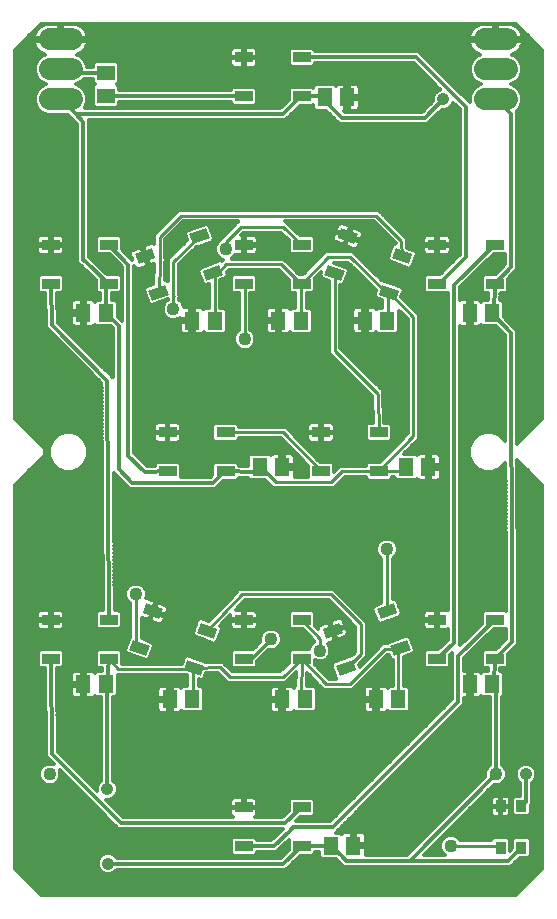
<source format=gtl>
G75*
%MOIN*%
%OFA0B0*%
%FSLAX25Y25*%
%IPPOS*%
%LPD*%
%AMOC8*
5,1,8,0,0,1.08239X$1,22.5*
%
%ADD10R,0.05906X0.03543*%
%ADD11R,0.05118X0.05906*%
%ADD12R,0.05906X0.05118*%
%ADD13R,0.03346X0.03937*%
%ADD14C,0.07400*%
%ADD15C,0.04165*%
%ADD16C,0.04362*%
%ADD17C,0.01200*%
%ADD18C,0.01000*%
D10*
X0030704Y0102604D03*
X0030704Y0115596D03*
X0049996Y0115596D03*
X0049996Y0102604D03*
G36*
X0058145Y0108969D02*
X0063694Y0106949D01*
X0062483Y0103621D01*
X0056934Y0105641D01*
X0058145Y0108969D01*
G37*
G36*
X0062589Y0121177D02*
X0068138Y0119157D01*
X0066927Y0115829D01*
X0061378Y0117849D01*
X0062589Y0121177D01*
G37*
G36*
X0076273Y0102371D02*
X0081822Y0100351D01*
X0080611Y0097023D01*
X0075062Y0099043D01*
X0076273Y0102371D01*
G37*
G36*
X0080717Y0114579D02*
X0086266Y0112559D01*
X0085055Y0109231D01*
X0079506Y0111251D01*
X0080717Y0114579D01*
G37*
X0095079Y0115596D03*
X0095079Y0102604D03*
X0114371Y0102604D03*
X0114371Y0115596D03*
G36*
X0121309Y0112559D02*
X0126858Y0114579D01*
X0128069Y0111251D01*
X0122520Y0109231D01*
X0121309Y0112559D01*
G37*
G36*
X0125753Y0100351D02*
X0131302Y0102371D01*
X0132513Y0099043D01*
X0126964Y0097023D01*
X0125753Y0100351D01*
G37*
G36*
X0139437Y0119157D02*
X0144986Y0121177D01*
X0146197Y0117849D01*
X0140648Y0115829D01*
X0139437Y0119157D01*
G37*
G36*
X0143881Y0106949D02*
X0149430Y0108969D01*
X0150641Y0105641D01*
X0145092Y0103621D01*
X0143881Y0106949D01*
G37*
X0159454Y0102604D03*
X0159454Y0115596D03*
X0178746Y0115596D03*
X0178746Y0102604D03*
X0140046Y0165104D03*
X0140046Y0178096D03*
X0120754Y0178096D03*
X0120754Y0165104D03*
X0088946Y0165104D03*
X0088946Y0178096D03*
X0069654Y0178096D03*
X0069654Y0165104D03*
G36*
X0063253Y0225351D02*
X0068802Y0227371D01*
X0070013Y0224043D01*
X0064464Y0222023D01*
X0063253Y0225351D01*
G37*
G36*
X0058809Y0237559D02*
X0064358Y0239579D01*
X0065569Y0236251D01*
X0060020Y0234231D01*
X0058809Y0237559D01*
G37*
X0049996Y0240596D03*
X0049996Y0227604D03*
X0030704Y0227604D03*
X0030704Y0240596D03*
G36*
X0076937Y0244157D02*
X0082486Y0246177D01*
X0083697Y0242849D01*
X0078148Y0240829D01*
X0076937Y0244157D01*
G37*
G36*
X0081381Y0231949D02*
X0086930Y0233969D01*
X0088141Y0230641D01*
X0082592Y0228621D01*
X0081381Y0231949D01*
G37*
X0095079Y0227604D03*
X0095079Y0240596D03*
X0114371Y0240596D03*
X0114371Y0227604D03*
G36*
X0123145Y0233969D02*
X0128694Y0231949D01*
X0127483Y0228621D01*
X0121934Y0230641D01*
X0123145Y0233969D01*
G37*
G36*
X0127589Y0246177D02*
X0133138Y0244157D01*
X0131927Y0240829D01*
X0126378Y0242849D01*
X0127589Y0246177D01*
G37*
G36*
X0141273Y0227371D02*
X0146822Y0225351D01*
X0145611Y0222023D01*
X0140062Y0224043D01*
X0141273Y0227371D01*
G37*
G36*
X0145717Y0239579D02*
X0151266Y0237559D01*
X0150055Y0234231D01*
X0144506Y0236251D01*
X0145717Y0239579D01*
G37*
X0159454Y0240596D03*
X0159454Y0227604D03*
X0178746Y0227604D03*
X0178746Y0240596D03*
X0114346Y0290104D03*
X0114346Y0303096D03*
X0095054Y0303096D03*
X0095054Y0290104D03*
X0095054Y0053096D03*
X0095054Y0040104D03*
X0114346Y0040104D03*
X0114346Y0053096D03*
D11*
X0124110Y0040350D03*
X0131590Y0040350D03*
X0139110Y0089100D03*
X0146590Y0089100D03*
X0170360Y0094100D03*
X0177840Y0094100D03*
X0156590Y0166600D03*
X0149110Y0166600D03*
X0142840Y0215350D03*
X0135360Y0215350D03*
X0114090Y0215350D03*
X0106610Y0215350D03*
X0085340Y0215350D03*
X0077860Y0215350D03*
X0049090Y0217850D03*
X0041610Y0217850D03*
X0100360Y0166600D03*
X0107840Y0166600D03*
X0107860Y0089100D03*
X0115340Y0089100D03*
X0077840Y0089100D03*
X0070360Y0089100D03*
X0049090Y0094100D03*
X0041610Y0094100D03*
X0122060Y0289750D03*
X0129540Y0289750D03*
X0170360Y0217850D03*
X0177840Y0217850D03*
D12*
X0049100Y0290360D03*
X0049100Y0297840D03*
D13*
X0180655Y0053490D03*
X0187545Y0053490D03*
X0187545Y0039710D03*
X0180655Y0039710D03*
D14*
X0182800Y0289100D02*
X0175400Y0289100D01*
X0175400Y0299100D02*
X0182800Y0299100D01*
X0182800Y0309100D02*
X0175400Y0309100D01*
X0037800Y0309100D02*
X0030400Y0309100D01*
X0030400Y0299100D02*
X0037800Y0299100D01*
X0037800Y0289100D02*
X0030400Y0289100D01*
D15*
X0072850Y0276600D03*
X0157850Y0195350D03*
X0179100Y0197850D03*
X0161600Y0289100D03*
X0072850Y0070350D03*
X0049602Y0059100D03*
X0049800Y0034400D03*
X0159100Y0055350D03*
X0169100Y0046600D03*
X0185350Y0030350D03*
X0189100Y0064100D03*
D16*
X0179100Y0064100D03*
X0164100Y0040350D03*
X0120350Y0105350D03*
X0104100Y0109100D03*
X0142850Y0139100D03*
X0095350Y0209100D03*
X0089100Y0239100D03*
X0071600Y0219100D03*
X0059100Y0124100D03*
X0030350Y0064100D03*
X0034100Y0030350D03*
D17*
X0027511Y0023800D02*
X0018800Y0032511D01*
X0018800Y0160689D01*
X0028800Y0170689D01*
X0028800Y0172511D01*
X0027511Y0173800D01*
X0018800Y0182511D01*
X0018800Y0305689D01*
X0027511Y0314400D01*
X0185689Y0314400D01*
X0194400Y0305689D01*
X0194400Y0182511D01*
X0186234Y0174345D01*
X0186100Y0211217D01*
X0186122Y0212014D01*
X0186097Y0212040D01*
X0186097Y0212076D01*
X0185531Y0212638D01*
X0181799Y0216578D01*
X0181799Y0221383D01*
X0180979Y0222203D01*
X0180517Y0222203D01*
X0180612Y0224432D01*
X0182278Y0224432D01*
X0183098Y0225252D01*
X0183098Y0229342D01*
X0185539Y0231963D01*
X0186100Y0232524D01*
X0186100Y0232565D01*
X0186128Y0232595D01*
X0186100Y0233388D01*
X0186100Y0284928D01*
X0185970Y0285058D01*
X0187124Y0286211D01*
X0187900Y0288086D01*
X0187900Y0290114D01*
X0187124Y0291989D01*
X0185689Y0293424D01*
X0184056Y0294100D01*
X0185689Y0294776D01*
X0187124Y0296211D01*
X0187900Y0298086D01*
X0187900Y0300114D01*
X0187124Y0301989D01*
X0185689Y0303424D01*
X0184279Y0304008D01*
X0184834Y0304188D01*
X0185578Y0304567D01*
X0186253Y0305057D01*
X0186843Y0305647D01*
X0187333Y0306322D01*
X0187712Y0307066D01*
X0187969Y0307859D01*
X0188087Y0308600D01*
X0179600Y0308600D01*
X0179600Y0309600D01*
X0178600Y0309600D01*
X0178600Y0314400D01*
X0174983Y0314400D01*
X0174159Y0314269D01*
X0173366Y0314012D01*
X0172622Y0313633D01*
X0171947Y0313143D01*
X0171357Y0312553D01*
X0170867Y0311878D01*
X0170488Y0311134D01*
X0170230Y0310341D01*
X0170113Y0309600D01*
X0178600Y0309600D01*
X0178600Y0308600D01*
X0170113Y0308600D01*
X0170230Y0307859D01*
X0170488Y0307066D01*
X0170867Y0306322D01*
X0171357Y0305647D01*
X0171947Y0305057D01*
X0172622Y0304567D01*
X0173366Y0304188D01*
X0173921Y0304008D01*
X0172511Y0303424D01*
X0171076Y0301989D01*
X0170300Y0300114D01*
X0170300Y0298086D01*
X0171076Y0296211D01*
X0172511Y0294776D01*
X0174144Y0294100D01*
X0172511Y0293424D01*
X0171076Y0291989D01*
X0170300Y0290114D01*
X0170300Y0288228D01*
X0154604Y0303924D01*
X0153432Y0305096D01*
X0118698Y0305096D01*
X0118698Y0305448D01*
X0117878Y0306268D01*
X0110813Y0306268D01*
X0109993Y0305448D01*
X0109993Y0300745D01*
X0110813Y0299924D01*
X0117878Y0299924D01*
X0118698Y0300745D01*
X0118698Y0301096D01*
X0151776Y0301096D01*
X0160470Y0292402D01*
X0159627Y0292052D01*
X0158648Y0291073D01*
X0158117Y0289793D01*
X0158117Y0288446D01*
X0154522Y0284850D01*
X0128678Y0284850D01*
X0128331Y0285197D01*
X0128940Y0285197D01*
X0128940Y0289150D01*
X0130140Y0289150D01*
X0130140Y0285197D01*
X0132310Y0285197D01*
X0132717Y0285306D01*
X0133082Y0285517D01*
X0133380Y0285815D01*
X0133590Y0286180D01*
X0133699Y0286587D01*
X0133699Y0289150D01*
X0130140Y0289150D01*
X0130140Y0290350D01*
X0128940Y0290350D01*
X0128940Y0294303D01*
X0126770Y0294303D01*
X0126364Y0294194D01*
X0125999Y0293983D01*
X0125701Y0293685D01*
X0125670Y0293632D01*
X0125199Y0294103D01*
X0118921Y0294103D01*
X0118101Y0293283D01*
X0118101Y0293053D01*
X0117878Y0293276D01*
X0110813Y0293276D01*
X0109993Y0292455D01*
X0109993Y0288825D01*
X0107268Y0286100D01*
X0042012Y0286100D01*
X0042124Y0286211D01*
X0042900Y0288086D01*
X0042900Y0290114D01*
X0042124Y0291989D01*
X0040689Y0293424D01*
X0039056Y0294100D01*
X0040689Y0294776D01*
X0041753Y0295840D01*
X0044747Y0295840D01*
X0044747Y0294701D01*
X0045348Y0294100D01*
X0044747Y0293499D01*
X0044747Y0287221D01*
X0045567Y0286401D01*
X0052633Y0286401D01*
X0053453Y0287221D01*
X0053453Y0288360D01*
X0090702Y0288360D01*
X0090702Y0287752D01*
X0091522Y0286932D01*
X0098587Y0286932D01*
X0099407Y0287752D01*
X0099407Y0292455D01*
X0098587Y0293276D01*
X0091522Y0293276D01*
X0090702Y0292455D01*
X0090702Y0292360D01*
X0053453Y0292360D01*
X0053453Y0293499D01*
X0052852Y0294100D01*
X0053453Y0294701D01*
X0053453Y0300979D01*
X0052633Y0301799D01*
X0045567Y0301799D01*
X0044747Y0300979D01*
X0044747Y0299840D01*
X0042900Y0299840D01*
X0042900Y0300114D01*
X0042124Y0301989D01*
X0040689Y0303424D01*
X0039279Y0304008D01*
X0039834Y0304188D01*
X0040578Y0304567D01*
X0041253Y0305057D01*
X0041843Y0305647D01*
X0042333Y0306322D01*
X0042712Y0307066D01*
X0042969Y0307859D01*
X0043087Y0308600D01*
X0034600Y0308600D01*
X0034600Y0309600D01*
X0033600Y0309600D01*
X0033600Y0314400D01*
X0029983Y0314400D01*
X0029159Y0314269D01*
X0028366Y0314012D01*
X0027622Y0313633D01*
X0026947Y0313143D01*
X0026357Y0312553D01*
X0025867Y0311878D01*
X0025488Y0311134D01*
X0025230Y0310341D01*
X0025113Y0309600D01*
X0033600Y0309600D01*
X0033600Y0308600D01*
X0025113Y0308600D01*
X0025230Y0307859D01*
X0025488Y0307066D01*
X0025867Y0306322D01*
X0026357Y0305647D01*
X0026947Y0305057D01*
X0027622Y0304567D01*
X0028366Y0304188D01*
X0028921Y0304008D01*
X0027511Y0303424D01*
X0026076Y0301989D01*
X0025300Y0300114D01*
X0025300Y0298086D01*
X0026076Y0296211D01*
X0027511Y0294776D01*
X0029144Y0294100D01*
X0027511Y0293424D01*
X0026076Y0291989D01*
X0025300Y0290114D01*
X0025300Y0288086D01*
X0026076Y0286211D01*
X0027511Y0284776D01*
X0029386Y0284000D01*
X0036372Y0284000D01*
X0037100Y0283272D01*
X0037100Y0283272D01*
X0038272Y0282100D01*
X0039600Y0280772D01*
X0039600Y0234777D01*
X0040375Y0234003D01*
X0040376Y0233972D01*
X0040958Y0233420D01*
X0041525Y0232853D01*
X0041555Y0232853D01*
X0045643Y0228976D01*
X0045643Y0225252D01*
X0046463Y0224432D01*
X0047090Y0224432D01*
X0047090Y0222203D01*
X0045951Y0222203D01*
X0045480Y0221732D01*
X0045449Y0221785D01*
X0045151Y0222083D01*
X0044786Y0222294D01*
X0044380Y0222403D01*
X0042210Y0222403D01*
X0042210Y0218450D01*
X0041010Y0218450D01*
X0041010Y0222403D01*
X0038840Y0222403D01*
X0038433Y0222294D01*
X0038068Y0222083D01*
X0037770Y0221785D01*
X0037560Y0221420D01*
X0037451Y0221013D01*
X0037451Y0218450D01*
X0041010Y0218450D01*
X0041010Y0217250D01*
X0042210Y0217250D01*
X0042210Y0213297D01*
X0044380Y0213297D01*
X0044786Y0213406D01*
X0045151Y0213617D01*
X0045449Y0213915D01*
X0045480Y0213968D01*
X0045951Y0213497D01*
X0050614Y0213497D01*
X0051350Y0212762D01*
X0051350Y0196434D01*
X0051012Y0196768D01*
X0033074Y0214706D01*
X0032796Y0224432D01*
X0034237Y0224432D01*
X0035057Y0225252D01*
X0035057Y0229955D01*
X0034237Y0230776D01*
X0027172Y0230776D01*
X0026352Y0229955D01*
X0026352Y0225252D01*
X0027172Y0224432D01*
X0028794Y0224432D01*
X0029098Y0213825D01*
X0029098Y0213026D01*
X0029122Y0213002D01*
X0029123Y0212969D01*
X0029704Y0212419D01*
X0047606Y0194517D01*
X0047980Y0118768D01*
X0046463Y0118768D01*
X0045643Y0117948D01*
X0045643Y0113245D01*
X0046463Y0112424D01*
X0053528Y0112424D01*
X0054348Y0113245D01*
X0054348Y0117948D01*
X0053528Y0118768D01*
X0051980Y0118768D01*
X0051754Y0164539D01*
X0055780Y0160513D01*
X0056951Y0159342D01*
X0085665Y0159342D01*
X0088256Y0161932D01*
X0092478Y0161932D01*
X0093298Y0162752D01*
X0093298Y0162967D01*
X0096604Y0162864D01*
X0097221Y0162247D01*
X0102156Y0162247D01*
X0103748Y0160655D01*
X0104861Y0159542D01*
X0125033Y0159542D01*
X0126146Y0160655D01*
X0128695Y0163204D01*
X0135693Y0163204D01*
X0135693Y0162752D01*
X0136513Y0161932D01*
X0143578Y0161932D01*
X0144398Y0162752D01*
X0144398Y0163204D01*
X0145151Y0163204D01*
X0145151Y0163067D01*
X0145971Y0162247D01*
X0152249Y0162247D01*
X0152720Y0162718D01*
X0152751Y0162665D01*
X0153049Y0162367D01*
X0153414Y0162156D01*
X0153820Y0162047D01*
X0155990Y0162047D01*
X0155990Y0166000D01*
X0157190Y0166000D01*
X0157190Y0162047D01*
X0159360Y0162047D01*
X0159767Y0162156D01*
X0160132Y0162367D01*
X0160430Y0162665D01*
X0160640Y0163030D01*
X0160749Y0163437D01*
X0160749Y0166000D01*
X0157190Y0166000D01*
X0157190Y0167200D01*
X0155990Y0167200D01*
X0155990Y0171153D01*
X0153820Y0171153D01*
X0153414Y0171044D01*
X0153049Y0170833D01*
X0152751Y0170535D01*
X0152720Y0170482D01*
X0152249Y0170953D01*
X0148345Y0170953D01*
X0152955Y0175720D01*
X0153500Y0176265D01*
X0153500Y0176284D01*
X0153513Y0176297D01*
X0153500Y0177068D01*
X0153500Y0217387D01*
X0147572Y0223315D01*
X0148337Y0225418D01*
X0147847Y0226469D01*
X0141207Y0228885D01*
X0141048Y0228811D01*
X0132472Y0237387D01*
X0131359Y0238500D01*
X0123735Y0238500D01*
X0123717Y0238517D01*
X0122952Y0238500D01*
X0122186Y0238500D01*
X0122169Y0238482D01*
X0122144Y0238482D01*
X0121614Y0237928D01*
X0121073Y0237387D01*
X0121073Y0237362D01*
X0114775Y0230776D01*
X0113492Y0230776D01*
X0109381Y0234887D01*
X0108268Y0236000D01*
X0090974Y0236000D01*
X0091129Y0236064D01*
X0092136Y0237071D01*
X0092199Y0237224D01*
X0094793Y0237224D01*
X0094793Y0240310D01*
X0095365Y0240310D01*
X0095365Y0237224D01*
X0098243Y0237224D01*
X0098650Y0237333D01*
X0099015Y0237544D01*
X0099312Y0237842D01*
X0099523Y0238207D01*
X0099632Y0238614D01*
X0099632Y0240310D01*
X0095365Y0240310D01*
X0095365Y0240882D01*
X0094793Y0240882D01*
X0094793Y0243968D01*
X0094155Y0243968D01*
X0094887Y0244700D01*
X0107221Y0244700D01*
X0110018Y0242075D01*
X0110018Y0238245D01*
X0110838Y0237424D01*
X0117903Y0237424D01*
X0118723Y0238245D01*
X0118723Y0242948D01*
X0117903Y0243768D01*
X0113768Y0243768D01*
X0109295Y0247965D01*
X0108810Y0248450D01*
X0138313Y0248450D01*
X0145673Y0241090D01*
X0145673Y0241086D01*
X0145651Y0241094D01*
X0144600Y0240604D01*
X0142991Y0236184D01*
X0143481Y0235133D01*
X0150121Y0232717D01*
X0151172Y0233207D01*
X0152780Y0237626D01*
X0152290Y0238677D01*
X0149588Y0239661D01*
X0149416Y0242004D01*
X0149416Y0242721D01*
X0149359Y0242778D01*
X0149353Y0242858D01*
X0148810Y0243327D01*
X0141000Y0251137D01*
X0139887Y0252250D01*
X0073313Y0252250D01*
X0065103Y0244040D01*
X0065103Y0240998D01*
X0064843Y0241119D01*
X0064428Y0241192D01*
X0064009Y0241156D01*
X0061305Y0240171D01*
X0062360Y0237272D01*
X0061823Y0237076D01*
X0060767Y0239976D01*
X0058063Y0238992D01*
X0057718Y0238750D01*
X0057448Y0238427D01*
X0057270Y0238045D01*
X0057196Y0237631D01*
X0057233Y0237211D01*
X0057808Y0235630D01*
X0057428Y0236010D01*
X0057427Y0236010D01*
X0054348Y0239080D01*
X0054348Y0242948D01*
X0053528Y0243768D01*
X0046463Y0243768D01*
X0045643Y0242948D01*
X0045643Y0238245D01*
X0046463Y0237424D01*
X0050344Y0237424D01*
X0054600Y0233180D01*
X0054600Y0215169D01*
X0054178Y0215590D01*
X0053049Y0216719D01*
X0053049Y0221383D01*
X0052229Y0222203D01*
X0051090Y0222203D01*
X0051090Y0224432D01*
X0053528Y0224432D01*
X0054348Y0225252D01*
X0054348Y0229955D01*
X0053528Y0230776D01*
X0049558Y0230776D01*
X0043748Y0236286D01*
X0043600Y0236434D01*
X0043600Y0282100D01*
X0108924Y0282100D01*
X0110096Y0283272D01*
X0113757Y0286932D01*
X0117878Y0286932D01*
X0118101Y0287155D01*
X0118101Y0286217D01*
X0118921Y0285397D01*
X0122474Y0285397D01*
X0125850Y0282022D01*
X0127022Y0280850D01*
X0156178Y0280850D01*
X0160946Y0285617D01*
X0162293Y0285617D01*
X0163573Y0286148D01*
X0164552Y0287127D01*
X0164902Y0287970D01*
X0167100Y0285772D01*
X0167100Y0237428D01*
X0160447Y0230776D01*
X0155922Y0230776D01*
X0155102Y0229955D01*
X0155102Y0225252D01*
X0155922Y0224432D01*
X0162987Y0224432D01*
X0163151Y0224596D01*
X0163151Y0118786D01*
X0163025Y0118859D01*
X0162618Y0118968D01*
X0159740Y0118968D01*
X0159740Y0115882D01*
X0159168Y0115882D01*
X0159168Y0115310D01*
X0154902Y0115310D01*
X0154902Y0113614D01*
X0155011Y0113207D01*
X0155221Y0112842D01*
X0155519Y0112544D01*
X0155884Y0112333D01*
X0156291Y0112224D01*
X0159168Y0112224D01*
X0159168Y0115310D01*
X0159740Y0115310D01*
X0159740Y0112224D01*
X0162618Y0112224D01*
X0163025Y0112333D01*
X0163151Y0112406D01*
X0163151Y0108777D01*
X0159926Y0105776D01*
X0155922Y0105776D01*
X0155102Y0104955D01*
X0155102Y0100252D01*
X0155922Y0099432D01*
X0162987Y0099432D01*
X0163807Y0100252D01*
X0163807Y0103923D01*
X0164414Y0104489D01*
X0164414Y0104487D01*
X0164401Y0104473D01*
X0164401Y0103661D01*
X0164388Y0102849D01*
X0164401Y0102835D01*
X0164401Y0089118D01*
X0123883Y0048600D01*
X0112449Y0048600D01*
X0113872Y0049924D01*
X0117878Y0049924D01*
X0118698Y0050745D01*
X0118698Y0055448D01*
X0117878Y0056268D01*
X0110813Y0056268D01*
X0109993Y0055448D01*
X0109993Y0051779D01*
X0107920Y0049850D01*
X0098653Y0049850D01*
X0098990Y0050044D01*
X0099287Y0050342D01*
X0099498Y0050707D01*
X0099607Y0051114D01*
X0099607Y0052810D01*
X0095340Y0052810D01*
X0095340Y0053382D01*
X0094768Y0053382D01*
X0094768Y0052810D01*
X0090502Y0052810D01*
X0090502Y0051114D01*
X0090611Y0050707D01*
X0090821Y0050342D01*
X0091119Y0050044D01*
X0091455Y0049850D01*
X0054928Y0049850D01*
X0049161Y0055617D01*
X0050295Y0055617D01*
X0051575Y0056148D01*
X0052554Y0057127D01*
X0053085Y0058407D01*
X0053085Y0059793D01*
X0052554Y0061073D01*
X0051602Y0062025D01*
X0051602Y0089747D01*
X0052229Y0089747D01*
X0053049Y0090567D01*
X0053049Y0097200D01*
X0053049Y0097200D01*
X0053779Y0097157D01*
X0053828Y0097200D01*
X0076028Y0097200D01*
X0076172Y0097148D01*
X0076172Y0093453D01*
X0074701Y0093453D01*
X0074230Y0092982D01*
X0074199Y0093035D01*
X0073901Y0093333D01*
X0073536Y0093544D01*
X0073130Y0093653D01*
X0070960Y0093653D01*
X0070960Y0089700D01*
X0069760Y0089700D01*
X0069760Y0093653D01*
X0067590Y0093653D01*
X0067183Y0093544D01*
X0066818Y0093333D01*
X0066520Y0093035D01*
X0066310Y0092670D01*
X0066201Y0092263D01*
X0066201Y0089700D01*
X0069760Y0089700D01*
X0069760Y0088500D01*
X0070960Y0088500D01*
X0070960Y0084547D01*
X0073130Y0084547D01*
X0073536Y0084656D01*
X0073901Y0084867D01*
X0074199Y0085165D01*
X0074230Y0085218D01*
X0074701Y0084747D01*
X0080979Y0084747D01*
X0081799Y0085567D01*
X0081799Y0092633D01*
X0080979Y0093453D01*
X0079972Y0093453D01*
X0079972Y0095765D01*
X0080677Y0095508D01*
X0081728Y0095998D01*
X0082405Y0097858D01*
X0086344Y0097919D01*
X0088450Y0095813D01*
X0089563Y0094700D01*
X0107943Y0094700D01*
X0108699Y0094676D01*
X0108725Y0094700D01*
X0108760Y0094700D01*
X0109295Y0095235D01*
X0112323Y0098077D01*
X0112172Y0093424D01*
X0111730Y0092982D01*
X0111699Y0093035D01*
X0111401Y0093333D01*
X0111036Y0093544D01*
X0110630Y0093653D01*
X0108460Y0093653D01*
X0108460Y0089700D01*
X0107260Y0089700D01*
X0107260Y0093653D01*
X0105090Y0093653D01*
X0104683Y0093544D01*
X0104318Y0093333D01*
X0104020Y0093035D01*
X0103810Y0092670D01*
X0103701Y0092263D01*
X0103701Y0089700D01*
X0107260Y0089700D01*
X0107260Y0088500D01*
X0108460Y0088500D01*
X0108460Y0084547D01*
X0110630Y0084547D01*
X0111036Y0084656D01*
X0111401Y0084867D01*
X0111699Y0085165D01*
X0111730Y0085218D01*
X0112201Y0084747D01*
X0118479Y0084747D01*
X0119299Y0085567D01*
X0119299Y0092633D01*
X0118479Y0093453D01*
X0115975Y0093453D01*
X0116123Y0098014D01*
X0120581Y0093339D01*
X0120581Y0093313D01*
X0121121Y0092772D01*
X0121649Y0092219D01*
X0121675Y0092219D01*
X0121694Y0092200D01*
X0122458Y0092200D01*
X0123223Y0092182D01*
X0123242Y0092200D01*
X0131137Y0092200D01*
X0142896Y0103959D01*
X0143479Y0103959D01*
X0143975Y0102596D01*
X0144690Y0102263D01*
X0144690Y0093453D01*
X0143451Y0093453D01*
X0142980Y0092982D01*
X0142949Y0093035D01*
X0142651Y0093333D01*
X0142286Y0093544D01*
X0141880Y0093653D01*
X0139710Y0093653D01*
X0139710Y0089700D01*
X0138510Y0089700D01*
X0138510Y0093653D01*
X0136340Y0093653D01*
X0135933Y0093544D01*
X0135568Y0093333D01*
X0135270Y0093035D01*
X0135060Y0092670D01*
X0134951Y0092263D01*
X0134951Y0089700D01*
X0138510Y0089700D01*
X0138510Y0088500D01*
X0139710Y0088500D01*
X0139710Y0084547D01*
X0141880Y0084547D01*
X0142286Y0084656D01*
X0142651Y0084867D01*
X0142949Y0085165D01*
X0142980Y0085218D01*
X0143451Y0084747D01*
X0149729Y0084747D01*
X0150549Y0085567D01*
X0150549Y0092633D01*
X0149729Y0093453D01*
X0148490Y0093453D01*
X0148490Y0103367D01*
X0151665Y0104523D01*
X0152155Y0105574D01*
X0150547Y0109993D01*
X0149496Y0110483D01*
X0142856Y0108067D01*
X0142713Y0107759D01*
X0141322Y0107759D01*
X0133630Y0100067D01*
X0133396Y0100709D01*
X0134887Y0102200D01*
X0136000Y0103313D01*
X0136000Y0114887D01*
X0134887Y0116000D01*
X0124887Y0126000D01*
X0095339Y0126000D01*
X0095323Y0126016D01*
X0094556Y0126000D01*
X0093789Y0126000D01*
X0093772Y0125983D01*
X0093749Y0125983D01*
X0093218Y0125429D01*
X0092676Y0124887D01*
X0092676Y0124864D01*
X0083333Y0115118D01*
X0080651Y0116094D01*
X0079600Y0115604D01*
X0077991Y0111184D01*
X0078481Y0110133D01*
X0085121Y0107717D01*
X0086172Y0108207D01*
X0087780Y0112626D01*
X0087290Y0113677D01*
X0087236Y0113697D01*
X0090527Y0117130D01*
X0090527Y0115882D01*
X0094793Y0115882D01*
X0094793Y0115310D01*
X0090527Y0115310D01*
X0090527Y0113614D01*
X0090636Y0113207D01*
X0090846Y0112842D01*
X0091144Y0112544D01*
X0091509Y0112333D01*
X0091916Y0112224D01*
X0094793Y0112224D01*
X0094793Y0115310D01*
X0095365Y0115310D01*
X0095365Y0112224D01*
X0098243Y0112224D01*
X0098650Y0112333D01*
X0099015Y0112544D01*
X0099312Y0112842D01*
X0099523Y0113207D01*
X0099632Y0113614D01*
X0099632Y0115310D01*
X0095365Y0115310D01*
X0095365Y0115882D01*
X0094793Y0115882D01*
X0094793Y0118968D01*
X0092288Y0118968D01*
X0095386Y0122200D01*
X0123313Y0122200D01*
X0132200Y0113313D01*
X0132200Y0104887D01*
X0131101Y0103788D01*
X0124728Y0101469D01*
X0124238Y0100418D01*
X0125846Y0096000D01*
X0123294Y0096000D01*
X0118723Y0100793D01*
X0118723Y0102148D01*
X0119638Y0101769D01*
X0121062Y0101769D01*
X0122379Y0102314D01*
X0123386Y0103321D01*
X0123931Y0104638D01*
X0123931Y0106062D01*
X0123386Y0107379D01*
X0123045Y0107719D01*
X0125574Y0108639D01*
X0124518Y0111539D01*
X0125056Y0111734D01*
X0126111Y0108835D01*
X0128815Y0109819D01*
X0129160Y0110061D01*
X0129431Y0110383D01*
X0129609Y0110765D01*
X0129682Y0111180D01*
X0129645Y0111600D01*
X0129065Y0113194D01*
X0125056Y0111734D01*
X0124860Y0112272D01*
X0124323Y0112076D01*
X0123267Y0114976D01*
X0120563Y0113992D01*
X0120218Y0113750D01*
X0119948Y0113427D01*
X0119770Y0113045D01*
X0119706Y0112686D01*
X0118723Y0113734D01*
X0118723Y0117948D01*
X0117903Y0118768D01*
X0110838Y0118768D01*
X0110018Y0117948D01*
X0110018Y0113245D01*
X0110838Y0112424D01*
X0114741Y0112424D01*
X0118450Y0108471D01*
X0118450Y0108439D01*
X0118321Y0108386D01*
X0117314Y0107379D01*
X0116769Y0106062D01*
X0116769Y0105776D01*
X0110838Y0105776D01*
X0110018Y0104955D01*
X0110018Y0101125D01*
X0107221Y0098500D01*
X0091137Y0098500D01*
X0089006Y0100630D01*
X0089006Y0100648D01*
X0088452Y0101185D01*
X0087906Y0101731D01*
X0087888Y0101731D01*
X0087876Y0101743D01*
X0087104Y0101731D01*
X0086332Y0101731D01*
X0086319Y0101719D01*
X0082329Y0101657D01*
X0076207Y0103885D01*
X0075156Y0103395D01*
X0074284Y0101000D01*
X0054348Y0101000D01*
X0054348Y0104955D01*
X0053528Y0105776D01*
X0046463Y0105776D01*
X0045643Y0104955D01*
X0045643Y0100252D01*
X0046463Y0099432D01*
X0047837Y0099432D01*
X0047789Y0098453D01*
X0045951Y0098453D01*
X0045480Y0097982D01*
X0045449Y0098035D01*
X0045151Y0098333D01*
X0044786Y0098544D01*
X0044380Y0098653D01*
X0042210Y0098653D01*
X0042210Y0094700D01*
X0041010Y0094700D01*
X0041010Y0098653D01*
X0038840Y0098653D01*
X0038433Y0098544D01*
X0038068Y0098333D01*
X0037770Y0098035D01*
X0037560Y0097670D01*
X0037451Y0097263D01*
X0037451Y0094700D01*
X0041010Y0094700D01*
X0041010Y0093500D01*
X0042210Y0093500D01*
X0042210Y0089547D01*
X0044380Y0089547D01*
X0044786Y0089656D01*
X0045151Y0089867D01*
X0045449Y0090165D01*
X0045480Y0090218D01*
X0045951Y0089747D01*
X0047602Y0089747D01*
X0047602Y0062025D01*
X0046649Y0061073D01*
X0046119Y0059793D01*
X0046119Y0058659D01*
X0033088Y0071691D01*
X0032744Y0099432D01*
X0034237Y0099432D01*
X0035057Y0100252D01*
X0035057Y0104955D01*
X0034237Y0105776D01*
X0027172Y0105776D01*
X0026352Y0104955D01*
X0026352Y0100252D01*
X0027172Y0099432D01*
X0028744Y0099432D01*
X0029098Y0070839D01*
X0029098Y0070024D01*
X0029108Y0070013D01*
X0029108Y0069999D01*
X0029693Y0069429D01*
X0031708Y0067414D01*
X0031062Y0067681D01*
X0029638Y0067681D01*
X0028321Y0067136D01*
X0027314Y0066129D01*
X0026769Y0064812D01*
X0026769Y0063388D01*
X0027314Y0062071D01*
X0028321Y0061064D01*
X0029638Y0060519D01*
X0031062Y0060519D01*
X0032379Y0061064D01*
X0033386Y0062071D01*
X0033931Y0063388D01*
X0033931Y0064812D01*
X0033664Y0065458D01*
X0052100Y0047022D01*
X0053272Y0045850D01*
X0108022Y0045850D01*
X0104276Y0042104D01*
X0099407Y0042104D01*
X0099407Y0042455D01*
X0098587Y0043276D01*
X0091522Y0043276D01*
X0090702Y0042455D01*
X0090702Y0037752D01*
X0091522Y0036932D01*
X0098587Y0036932D01*
X0099407Y0037752D01*
X0099407Y0038104D01*
X0105932Y0038104D01*
X0109993Y0042165D01*
X0109993Y0038771D01*
X0107458Y0036400D01*
X0052725Y0036400D01*
X0051773Y0037352D01*
X0050493Y0037883D01*
X0049107Y0037883D01*
X0047827Y0037352D01*
X0046848Y0036373D01*
X0046317Y0035093D01*
X0046317Y0033707D01*
X0046848Y0032427D01*
X0047827Y0031448D01*
X0049107Y0030917D01*
X0050493Y0030917D01*
X0051773Y0031448D01*
X0052725Y0032400D01*
X0108215Y0032400D01*
X0109009Y0032373D01*
X0109038Y0032400D01*
X0109076Y0032400D01*
X0109639Y0032962D01*
X0113883Y0036932D01*
X0117878Y0036932D01*
X0118698Y0037752D01*
X0118698Y0038104D01*
X0120151Y0038104D01*
X0120151Y0036817D01*
X0120971Y0035997D01*
X0125631Y0035997D01*
X0125631Y0035989D01*
X0127098Y0034522D01*
X0128270Y0033350D01*
X0184013Y0033350D01*
X0187005Y0036342D01*
X0189798Y0036342D01*
X0190618Y0037162D01*
X0190618Y0042259D01*
X0189798Y0043079D01*
X0185292Y0043079D01*
X0184472Y0042259D01*
X0184472Y0039465D01*
X0183728Y0038722D01*
X0183728Y0042259D01*
X0182908Y0043079D01*
X0178402Y0043079D01*
X0177582Y0042259D01*
X0177582Y0042250D01*
X0167189Y0042250D01*
X0167136Y0042379D01*
X0166129Y0043386D01*
X0164812Y0043931D01*
X0163388Y0043931D01*
X0162071Y0043386D01*
X0161064Y0042379D01*
X0160519Y0041062D01*
X0160519Y0039638D01*
X0161064Y0038321D01*
X0162036Y0037350D01*
X0155178Y0037350D01*
X0178359Y0060531D01*
X0178388Y0060519D01*
X0179812Y0060519D01*
X0181129Y0061064D01*
X0182136Y0062071D01*
X0182681Y0063388D01*
X0182681Y0064812D01*
X0182136Y0066129D01*
X0181129Y0067136D01*
X0181100Y0067148D01*
X0181100Y0089868D01*
X0181799Y0090567D01*
X0181799Y0097633D01*
X0180979Y0098453D01*
X0180544Y0098453D01*
X0180592Y0099432D01*
X0182278Y0099432D01*
X0183098Y0100252D01*
X0183098Y0104128D01*
X0185249Y0106279D01*
X0186421Y0107451D01*
X0186421Y0122022D01*
X0186424Y0122025D01*
X0186421Y0122849D01*
X0186421Y0123675D01*
X0186418Y0123678D01*
X0186254Y0168835D01*
X0194400Y0160689D01*
X0194400Y0032511D01*
X0185689Y0023800D01*
X0027511Y0023800D01*
X0027294Y0024017D02*
X0185906Y0024017D01*
X0187104Y0025215D02*
X0026096Y0025215D01*
X0024897Y0026414D02*
X0188303Y0026414D01*
X0189501Y0027612D02*
X0023699Y0027612D01*
X0022500Y0028811D02*
X0190700Y0028811D01*
X0191898Y0030009D02*
X0021302Y0030009D01*
X0020103Y0031208D02*
X0048406Y0031208D01*
X0046868Y0032406D02*
X0018905Y0032406D01*
X0018800Y0033605D02*
X0046360Y0033605D01*
X0046317Y0034803D02*
X0018800Y0034803D01*
X0018800Y0036002D02*
X0046694Y0036002D01*
X0047675Y0037201D02*
X0018800Y0037201D01*
X0018800Y0038399D02*
X0090702Y0038399D01*
X0090702Y0039598D02*
X0018800Y0039598D01*
X0018800Y0040796D02*
X0090702Y0040796D01*
X0090702Y0041995D02*
X0018800Y0041995D01*
X0018800Y0043193D02*
X0091439Y0043193D01*
X0091253Y0037201D02*
X0051925Y0037201D01*
X0049800Y0034400D02*
X0108248Y0034400D01*
X0114346Y0040104D01*
X0123864Y0040104D01*
X0124110Y0040350D01*
X0127631Y0036829D01*
X0127631Y0036817D01*
X0129098Y0035350D01*
X0150350Y0035350D01*
X0179100Y0064100D01*
X0179100Y0092840D01*
X0177840Y0094100D01*
X0178352Y0094612D01*
X0178746Y0102604D01*
X0184421Y0108279D01*
X0184421Y0122847D01*
X0184100Y0211240D01*
X0177840Y0217850D01*
X0178352Y0218362D01*
X0178746Y0227604D01*
X0184100Y0233352D01*
X0184100Y0284100D01*
X0179100Y0289100D01*
X0173135Y0293682D02*
X0164846Y0293682D01*
X0163648Y0294880D02*
X0172407Y0294880D01*
X0171209Y0296079D02*
X0162449Y0296079D01*
X0161251Y0297277D02*
X0170635Y0297277D01*
X0170300Y0298476D02*
X0160052Y0298476D01*
X0158854Y0299674D02*
X0170300Y0299674D01*
X0170614Y0300873D02*
X0157655Y0300873D01*
X0156457Y0302072D02*
X0171159Y0302072D01*
X0172358Y0303270D02*
X0155258Y0303270D01*
X0154060Y0304469D02*
X0172815Y0304469D01*
X0171343Y0305667D02*
X0118479Y0305667D01*
X0118698Y0300873D02*
X0151999Y0300873D01*
X0153197Y0299674D02*
X0053453Y0299674D01*
X0053453Y0298476D02*
X0154396Y0298476D01*
X0155594Y0297277D02*
X0053453Y0297277D01*
X0053453Y0296079D02*
X0156793Y0296079D01*
X0157991Y0294880D02*
X0053453Y0294880D01*
X0053270Y0293682D02*
X0118500Y0293682D01*
X0121706Y0290104D02*
X0122060Y0289750D01*
X0122060Y0288640D01*
X0127850Y0282850D01*
X0155350Y0282850D01*
X0161600Y0289100D01*
X0164785Y0287689D02*
X0165182Y0287689D01*
X0166381Y0286491D02*
X0163916Y0286491D01*
X0167100Y0285292D02*
X0160621Y0285292D01*
X0159422Y0284094D02*
X0167100Y0284094D01*
X0167100Y0282895D02*
X0158224Y0282895D01*
X0157025Y0281697D02*
X0167100Y0281697D01*
X0167100Y0280498D02*
X0043600Y0280498D01*
X0043600Y0279300D02*
X0167100Y0279300D01*
X0167100Y0278101D02*
X0043600Y0278101D01*
X0043600Y0276903D02*
X0167100Y0276903D01*
X0167100Y0275704D02*
X0043600Y0275704D01*
X0043600Y0274506D02*
X0167100Y0274506D01*
X0167100Y0273307D02*
X0043600Y0273307D01*
X0043600Y0272109D02*
X0167100Y0272109D01*
X0167100Y0270910D02*
X0043600Y0270910D01*
X0043600Y0269712D02*
X0167100Y0269712D01*
X0167100Y0268513D02*
X0043600Y0268513D01*
X0043600Y0267315D02*
X0167100Y0267315D01*
X0167100Y0266116D02*
X0043600Y0266116D01*
X0043600Y0264918D02*
X0167100Y0264918D01*
X0167100Y0263719D02*
X0043600Y0263719D01*
X0043600Y0262521D02*
X0167100Y0262521D01*
X0167100Y0261322D02*
X0043600Y0261322D01*
X0043600Y0260124D02*
X0167100Y0260124D01*
X0167100Y0258925D02*
X0043600Y0258925D01*
X0043600Y0257727D02*
X0167100Y0257727D01*
X0167100Y0256528D02*
X0043600Y0256528D01*
X0043600Y0255330D02*
X0167100Y0255330D01*
X0167100Y0254131D02*
X0043600Y0254131D01*
X0043600Y0252933D02*
X0167100Y0252933D01*
X0167100Y0251734D02*
X0140403Y0251734D01*
X0141601Y0250536D02*
X0167100Y0250536D01*
X0167100Y0249337D02*
X0142800Y0249337D01*
X0143998Y0248139D02*
X0167100Y0248139D01*
X0167100Y0246940D02*
X0145197Y0246940D01*
X0146395Y0245741D02*
X0167100Y0245741D01*
X0167100Y0244543D02*
X0147594Y0244543D01*
X0148793Y0243344D02*
X0155218Y0243344D01*
X0155221Y0243350D02*
X0155011Y0242985D01*
X0154902Y0242578D01*
X0154902Y0240882D01*
X0159168Y0240882D01*
X0159168Y0240310D01*
X0154902Y0240310D01*
X0154902Y0238614D01*
X0155011Y0238207D01*
X0155221Y0237842D01*
X0155519Y0237544D01*
X0155884Y0237333D01*
X0156291Y0237224D01*
X0159168Y0237224D01*
X0159168Y0240310D01*
X0159740Y0240310D01*
X0159740Y0237224D01*
X0162618Y0237224D01*
X0163025Y0237333D01*
X0163390Y0237544D01*
X0163687Y0237842D01*
X0163898Y0238207D01*
X0164007Y0238614D01*
X0164007Y0240310D01*
X0159740Y0240310D01*
X0159740Y0240882D01*
X0159168Y0240882D01*
X0159168Y0243968D01*
X0156291Y0243968D01*
X0155884Y0243859D01*
X0155519Y0243648D01*
X0155221Y0243350D01*
X0154902Y0242146D02*
X0149416Y0242146D01*
X0149494Y0240947D02*
X0154902Y0240947D01*
X0154902Y0239749D02*
X0149582Y0239749D01*
X0152244Y0236153D02*
X0165825Y0236153D01*
X0164626Y0234955D02*
X0151808Y0234955D01*
X0151372Y0233756D02*
X0163428Y0233756D01*
X0162229Y0232558D02*
X0137301Y0232558D01*
X0136103Y0233756D02*
X0147264Y0233756D01*
X0143971Y0234955D02*
X0134904Y0234955D01*
X0133706Y0236153D02*
X0143006Y0236153D01*
X0143416Y0237352D02*
X0132507Y0237352D01*
X0131997Y0239216D02*
X0132412Y0239289D01*
X0132794Y0239468D01*
X0133116Y0239738D01*
X0133358Y0240083D01*
X0133938Y0241678D01*
X0129929Y0243137D01*
X0130124Y0243674D01*
X0134134Y0242215D01*
X0134714Y0243809D01*
X0134751Y0244229D01*
X0134678Y0244643D01*
X0134499Y0245025D01*
X0134229Y0245348D01*
X0133884Y0245590D01*
X0131180Y0246574D01*
X0130124Y0243674D01*
X0129587Y0243870D01*
X0130642Y0246769D01*
X0127938Y0247754D01*
X0127519Y0247790D01*
X0127104Y0247717D01*
X0126722Y0247539D01*
X0126399Y0247268D01*
X0126158Y0246923D01*
X0125577Y0245329D01*
X0129587Y0243870D01*
X0129391Y0243332D01*
X0129929Y0243137D01*
X0128873Y0240237D01*
X0131577Y0239253D01*
X0131997Y0239216D01*
X0133124Y0239749D02*
X0144289Y0239749D01*
X0143852Y0238550D02*
X0118723Y0238550D01*
X0118723Y0239749D02*
X0130215Y0239749D01*
X0129132Y0240947D02*
X0128523Y0240947D01*
X0128336Y0240433D02*
X0125632Y0241417D01*
X0125287Y0241659D01*
X0125016Y0241981D01*
X0124838Y0242363D01*
X0124765Y0242778D01*
X0124802Y0243198D01*
X0125382Y0244792D01*
X0129391Y0243332D01*
X0128336Y0240433D01*
X0126922Y0240947D02*
X0118723Y0240947D01*
X0118723Y0242146D02*
X0124939Y0242146D01*
X0124855Y0243344D02*
X0118327Y0243344D01*
X0121063Y0237352D02*
X0098682Y0237352D01*
X0099615Y0238550D02*
X0110018Y0238550D01*
X0110018Y0239749D02*
X0099632Y0239749D01*
X0099632Y0240882D02*
X0099632Y0242578D01*
X0099523Y0242985D01*
X0099312Y0243350D01*
X0099015Y0243648D01*
X0098650Y0243859D01*
X0098243Y0243968D01*
X0095365Y0243968D01*
X0095365Y0240882D01*
X0099632Y0240882D01*
X0099632Y0240947D02*
X0110018Y0240947D01*
X0109943Y0242146D02*
X0099632Y0242146D01*
X0099316Y0243344D02*
X0108666Y0243344D01*
X0107388Y0244543D02*
X0094730Y0244543D01*
X0094793Y0243344D02*
X0095365Y0243344D01*
X0095365Y0242146D02*
X0094793Y0242146D01*
X0094793Y0240947D02*
X0095365Y0240947D01*
X0095365Y0239749D02*
X0094793Y0239749D01*
X0094793Y0238550D02*
X0095365Y0238550D01*
X0095365Y0237352D02*
X0094793Y0237352D01*
X0091218Y0236153D02*
X0119917Y0236153D01*
X0118771Y0234955D02*
X0109313Y0234955D01*
X0110512Y0233756D02*
X0117625Y0233756D01*
X0116479Y0232558D02*
X0111710Y0232558D01*
X0112909Y0231359D02*
X0115333Y0231359D01*
X0118723Y0229407D02*
X0118723Y0225252D01*
X0117903Y0224432D01*
X0115990Y0224432D01*
X0115990Y0219703D01*
X0117229Y0219703D01*
X0118049Y0218883D01*
X0118049Y0211817D01*
X0117229Y0210997D01*
X0110951Y0210997D01*
X0110480Y0211468D01*
X0110449Y0211415D01*
X0110151Y0211117D01*
X0109786Y0210906D01*
X0109380Y0210797D01*
X0107210Y0210797D01*
X0107210Y0214750D01*
X0106010Y0214750D01*
X0106010Y0210797D01*
X0103840Y0210797D01*
X0103433Y0210906D01*
X0103068Y0211117D01*
X0102770Y0211415D01*
X0102560Y0211780D01*
X0102451Y0212187D01*
X0102451Y0214750D01*
X0106010Y0214750D01*
X0106010Y0215950D01*
X0106010Y0219903D01*
X0103840Y0219903D01*
X0103433Y0219794D01*
X0103068Y0219583D01*
X0102770Y0219285D01*
X0102560Y0218920D01*
X0102451Y0218513D01*
X0102451Y0215950D01*
X0106010Y0215950D01*
X0107210Y0215950D01*
X0107210Y0219903D01*
X0109380Y0219903D01*
X0109786Y0219794D01*
X0110151Y0219583D01*
X0110449Y0219285D01*
X0110480Y0219232D01*
X0110951Y0219703D01*
X0112190Y0219703D01*
X0112190Y0224432D01*
X0110838Y0224432D01*
X0110018Y0225252D01*
X0110018Y0228876D01*
X0106694Y0232200D01*
X0090016Y0232200D01*
X0089318Y0231501D01*
X0089655Y0230574D01*
X0089165Y0229523D01*
X0087240Y0228822D01*
X0087240Y0219703D01*
X0088479Y0219703D01*
X0089299Y0218883D01*
X0089299Y0211817D01*
X0088479Y0210997D01*
X0082201Y0210997D01*
X0081730Y0211468D01*
X0081699Y0211415D01*
X0081401Y0211117D01*
X0081036Y0210906D01*
X0080630Y0210797D01*
X0078460Y0210797D01*
X0078460Y0214750D01*
X0077260Y0214750D01*
X0077260Y0210797D01*
X0075090Y0210797D01*
X0074683Y0210906D01*
X0074318Y0211117D01*
X0074020Y0211415D01*
X0073810Y0211780D01*
X0073701Y0212187D01*
X0073701Y0214750D01*
X0077260Y0214750D01*
X0077260Y0215950D01*
X0077260Y0219903D01*
X0075144Y0219903D01*
X0074636Y0221129D01*
X0073629Y0222136D01*
X0073500Y0222189D01*
X0073500Y0222959D01*
X0073676Y0223336D01*
X0073500Y0223819D01*
X0073500Y0234219D01*
X0079128Y0239695D01*
X0084722Y0241731D01*
X0085212Y0242782D01*
X0083603Y0247202D01*
X0082552Y0247692D01*
X0075913Y0245275D01*
X0075423Y0244224D01*
X0076184Y0242133D01*
X0070828Y0236921D01*
X0070813Y0236921D01*
X0070266Y0236374D01*
X0069711Y0235834D01*
X0069711Y0235819D01*
X0069700Y0235808D01*
X0069700Y0235035D01*
X0069689Y0234260D01*
X0069700Y0234250D01*
X0069700Y0228497D01*
X0068868Y0228885D01*
X0068678Y0228816D01*
X0068888Y0234806D01*
X0069225Y0235528D01*
X0069232Y0235544D01*
X0069202Y0235628D01*
X0068903Y0236449D01*
X0068903Y0242466D01*
X0074887Y0248450D01*
X0093263Y0248450D01*
X0088313Y0243500D01*
X0087200Y0242387D01*
X0087200Y0242189D01*
X0087071Y0242136D01*
X0086064Y0241129D01*
X0085519Y0239812D01*
X0085519Y0238388D01*
X0086064Y0237071D01*
X0087071Y0236064D01*
X0088086Y0235644D01*
X0087630Y0235187D01*
X0086996Y0235483D01*
X0080356Y0233067D01*
X0079866Y0232016D01*
X0081475Y0227596D01*
X0082526Y0227106D01*
X0083440Y0227439D01*
X0083440Y0219703D01*
X0082201Y0219703D01*
X0081730Y0219232D01*
X0081699Y0219285D01*
X0081401Y0219583D01*
X0081036Y0219794D01*
X0080630Y0219903D01*
X0078460Y0219903D01*
X0078460Y0215950D01*
X0077260Y0215950D01*
X0073701Y0215950D01*
X0073701Y0216136D01*
X0073629Y0216064D01*
X0072312Y0215519D01*
X0070888Y0215519D01*
X0069571Y0216064D01*
X0068564Y0217071D01*
X0068019Y0218388D01*
X0068019Y0219812D01*
X0068564Y0221129D01*
X0069571Y0222136D01*
X0069700Y0222189D01*
X0069700Y0222438D01*
X0064398Y0220508D01*
X0063347Y0220998D01*
X0061738Y0225418D01*
X0062228Y0226469D01*
X0064827Y0227415D01*
X0065070Y0234366D01*
X0063611Y0233835D01*
X0062556Y0236734D01*
X0062018Y0236539D01*
X0063074Y0233639D01*
X0060370Y0232655D01*
X0059950Y0232618D01*
X0059535Y0232691D01*
X0059153Y0232870D01*
X0058831Y0233140D01*
X0058601Y0233469D01*
X0058601Y0233185D01*
X0058600Y0233184D01*
X0058600Y0171178D01*
X0062941Y0166837D01*
X0065302Y0166932D01*
X0065302Y0167455D01*
X0066122Y0168276D01*
X0073187Y0168276D01*
X0074007Y0167455D01*
X0074007Y0163342D01*
X0084009Y0163342D01*
X0084593Y0163926D01*
X0084593Y0167455D01*
X0085413Y0168276D01*
X0092478Y0168276D01*
X0093298Y0167455D01*
X0093298Y0167004D01*
X0096401Y0167004D01*
X0096401Y0170133D01*
X0097221Y0170953D01*
X0103499Y0170953D01*
X0103970Y0170482D01*
X0104001Y0170535D01*
X0104299Y0170833D01*
X0104664Y0171044D01*
X0105070Y0171153D01*
X0107240Y0171153D01*
X0107240Y0167200D01*
X0108440Y0167200D01*
X0108440Y0171153D01*
X0110610Y0171153D01*
X0111017Y0171044D01*
X0111382Y0170833D01*
X0111680Y0170535D01*
X0111890Y0170170D01*
X0111999Y0169763D01*
X0111999Y0167200D01*
X0108440Y0167200D01*
X0108440Y0166000D01*
X0111999Y0166000D01*
X0111999Y0163437D01*
X0111974Y0163342D01*
X0116402Y0163342D01*
X0116402Y0166863D01*
X0107352Y0176196D01*
X0093298Y0176196D01*
X0093298Y0175745D01*
X0092478Y0174924D01*
X0085413Y0174924D01*
X0084593Y0175745D01*
X0084593Y0180448D01*
X0085413Y0181268D01*
X0092478Y0181268D01*
X0093298Y0180448D01*
X0093298Y0179996D01*
X0107386Y0179996D01*
X0107398Y0180008D01*
X0108171Y0179996D01*
X0108943Y0179996D01*
X0108955Y0179984D01*
X0108972Y0179984D01*
X0109510Y0179429D01*
X0110056Y0178883D01*
X0110056Y0178866D01*
X0120325Y0168276D01*
X0124287Y0168276D01*
X0125107Y0167455D01*
X0125107Y0164990D01*
X0127121Y0167004D01*
X0135693Y0167004D01*
X0135693Y0167455D01*
X0136513Y0168276D01*
X0140470Y0168276D01*
X0149700Y0177820D01*
X0149700Y0215813D01*
X0146799Y0218714D01*
X0146799Y0211817D01*
X0145979Y0210997D01*
X0139701Y0210997D01*
X0139230Y0211468D01*
X0139199Y0211415D01*
X0138901Y0211117D01*
X0138536Y0210906D01*
X0138130Y0210797D01*
X0135960Y0210797D01*
X0135960Y0214750D01*
X0134760Y0214750D01*
X0134760Y0210797D01*
X0132590Y0210797D01*
X0132183Y0210906D01*
X0131818Y0211117D01*
X0131520Y0211415D01*
X0131310Y0211780D01*
X0131201Y0212187D01*
X0131201Y0214750D01*
X0134760Y0214750D01*
X0134760Y0215950D01*
X0134760Y0219903D01*
X0132590Y0219903D01*
X0132183Y0219794D01*
X0131818Y0219583D01*
X0131520Y0219285D01*
X0131310Y0218920D01*
X0131201Y0218513D01*
X0131201Y0215950D01*
X0134760Y0215950D01*
X0135960Y0215950D01*
X0135960Y0219903D01*
X0138130Y0219903D01*
X0138536Y0219794D01*
X0138901Y0219583D01*
X0139199Y0219285D01*
X0139230Y0219232D01*
X0139701Y0219703D01*
X0141172Y0219703D01*
X0141172Y0222148D01*
X0139038Y0222925D01*
X0138548Y0223976D01*
X0139071Y0225414D01*
X0129785Y0234700D01*
X0125231Y0234700D01*
X0129719Y0233067D01*
X0130209Y0232016D01*
X0128600Y0227596D01*
X0127549Y0227106D01*
X0127250Y0227215D01*
X0127250Y0206137D01*
X0140975Y0192412D01*
X0141527Y0191892D01*
X0141528Y0191859D01*
X0141552Y0191835D01*
X0141552Y0191077D01*
X0141850Y0181268D01*
X0143578Y0181268D01*
X0144398Y0180448D01*
X0144398Y0175745D01*
X0143578Y0174924D01*
X0136513Y0174924D01*
X0135693Y0175745D01*
X0135693Y0180448D01*
X0136513Y0181268D01*
X0138048Y0181268D01*
X0137776Y0190237D01*
X0124563Y0203450D01*
X0123450Y0204563D01*
X0123450Y0228598D01*
X0120910Y0229523D01*
X0120420Y0230574D01*
X0120776Y0231554D01*
X0118723Y0229407D01*
X0118723Y0228962D02*
X0122449Y0228962D01*
X0123450Y0227764D02*
X0118723Y0227764D01*
X0118723Y0226565D02*
X0123450Y0226565D01*
X0123450Y0225367D02*
X0118723Y0225367D01*
X0115990Y0224168D02*
X0123450Y0224168D01*
X0123450Y0222970D02*
X0115990Y0222970D01*
X0115990Y0221771D02*
X0123450Y0221771D01*
X0123450Y0220573D02*
X0115990Y0220573D01*
X0117558Y0219374D02*
X0123450Y0219374D01*
X0123450Y0218176D02*
X0118049Y0218176D01*
X0118049Y0216977D02*
X0123450Y0216977D01*
X0123450Y0215779D02*
X0118049Y0215779D01*
X0118049Y0214580D02*
X0123450Y0214580D01*
X0123450Y0213382D02*
X0118049Y0213382D01*
X0118049Y0212183D02*
X0123450Y0212183D01*
X0123450Y0210985D02*
X0109922Y0210985D01*
X0107210Y0210985D02*
X0106010Y0210985D01*
X0106010Y0212183D02*
X0107210Y0212183D01*
X0107210Y0213382D02*
X0106010Y0213382D01*
X0106010Y0214580D02*
X0107210Y0214580D01*
X0106010Y0215779D02*
X0097250Y0215779D01*
X0097250Y0216977D02*
X0102451Y0216977D01*
X0102451Y0218176D02*
X0097250Y0218176D01*
X0097250Y0219374D02*
X0102860Y0219374D01*
X0102451Y0214580D02*
X0097250Y0214580D01*
X0097250Y0213382D02*
X0102451Y0213382D01*
X0102452Y0212183D02*
X0097264Y0212183D01*
X0097250Y0212189D02*
X0097250Y0224432D01*
X0098612Y0224432D01*
X0099432Y0225252D01*
X0099432Y0229955D01*
X0098612Y0230776D01*
X0091547Y0230776D01*
X0090727Y0229955D01*
X0090727Y0225252D01*
X0091547Y0224432D01*
X0093450Y0224432D01*
X0093450Y0212189D01*
X0093321Y0212136D01*
X0092314Y0211129D01*
X0091769Y0209812D01*
X0091769Y0208388D01*
X0092314Y0207071D01*
X0093321Y0206064D01*
X0094638Y0205519D01*
X0096062Y0205519D01*
X0097379Y0206064D01*
X0098386Y0207071D01*
X0098931Y0208388D01*
X0098931Y0209812D01*
X0098386Y0211129D01*
X0097379Y0212136D01*
X0097250Y0212189D01*
X0098445Y0210985D02*
X0103297Y0210985D01*
X0098931Y0209786D02*
X0123450Y0209786D01*
X0123450Y0208588D02*
X0098931Y0208588D01*
X0098517Y0207389D02*
X0123450Y0207389D01*
X0123450Y0206191D02*
X0097505Y0206191D01*
X0093195Y0206191D02*
X0058600Y0206191D01*
X0058600Y0207389D02*
X0092183Y0207389D01*
X0091769Y0208588D02*
X0058600Y0208588D01*
X0058600Y0209786D02*
X0091769Y0209786D01*
X0092255Y0210985D02*
X0081172Y0210985D01*
X0078460Y0210985D02*
X0077260Y0210985D01*
X0077260Y0212183D02*
X0078460Y0212183D01*
X0078460Y0213382D02*
X0077260Y0213382D01*
X0077260Y0214580D02*
X0078460Y0214580D01*
X0077260Y0215779D02*
X0072940Y0215779D01*
X0073701Y0214580D02*
X0058600Y0214580D01*
X0058600Y0213382D02*
X0073701Y0213382D01*
X0073702Y0212183D02*
X0058600Y0212183D01*
X0058600Y0210985D02*
X0074547Y0210985D01*
X0070260Y0215779D02*
X0058600Y0215779D01*
X0058600Y0216977D02*
X0068658Y0216977D01*
X0068107Y0218176D02*
X0058600Y0218176D01*
X0058600Y0219374D02*
X0068019Y0219374D01*
X0068334Y0220573D02*
X0064576Y0220573D01*
X0064259Y0220573D02*
X0058600Y0220573D01*
X0058600Y0221771D02*
X0063065Y0221771D01*
X0062629Y0222970D02*
X0058600Y0222970D01*
X0058600Y0224168D02*
X0062193Y0224168D01*
X0061757Y0225367D02*
X0058600Y0225367D01*
X0058600Y0226565D02*
X0062494Y0226565D01*
X0064839Y0227764D02*
X0058600Y0227764D01*
X0058600Y0228962D02*
X0064881Y0228962D01*
X0064923Y0230161D02*
X0058600Y0230161D01*
X0058600Y0231359D02*
X0064965Y0231359D01*
X0065007Y0232558D02*
X0058600Y0232558D01*
X0056600Y0234010D02*
X0056600Y0191600D01*
X0056600Y0170350D01*
X0062146Y0164804D01*
X0069654Y0165104D01*
X0074007Y0165441D02*
X0084593Y0165441D01*
X0084593Y0164243D02*
X0074007Y0164243D01*
X0074007Y0166640D02*
X0084593Y0166640D01*
X0084976Y0167838D02*
X0073624Y0167838D01*
X0072818Y0174724D02*
X0069940Y0174724D01*
X0069940Y0177810D01*
X0069368Y0177810D01*
X0065102Y0177810D01*
X0065102Y0176114D01*
X0065211Y0175707D01*
X0065421Y0175342D01*
X0065719Y0175044D01*
X0066084Y0174833D01*
X0066491Y0174724D01*
X0069368Y0174724D01*
X0069368Y0177810D01*
X0069368Y0178382D01*
X0065102Y0178382D01*
X0065102Y0180078D01*
X0065211Y0180485D01*
X0065421Y0180850D01*
X0065719Y0181148D01*
X0066084Y0181359D01*
X0066491Y0181468D01*
X0069368Y0181468D01*
X0069368Y0178382D01*
X0069940Y0178382D01*
X0069940Y0181468D01*
X0072818Y0181468D01*
X0073225Y0181359D01*
X0073590Y0181148D01*
X0073887Y0180850D01*
X0074098Y0180485D01*
X0074207Y0180078D01*
X0074207Y0178382D01*
X0069940Y0178382D01*
X0069940Y0177810D01*
X0074207Y0177810D01*
X0074207Y0176114D01*
X0074098Y0175707D01*
X0073887Y0175342D01*
X0073590Y0175044D01*
X0073225Y0174833D01*
X0072818Y0174724D01*
X0073564Y0175029D02*
X0085308Y0175029D01*
X0084593Y0176228D02*
X0074207Y0176228D01*
X0074207Y0177426D02*
X0084593Y0177426D01*
X0084593Y0178625D02*
X0074207Y0178625D01*
X0074207Y0179823D02*
X0084593Y0179823D01*
X0085167Y0181022D02*
X0073716Y0181022D01*
X0069940Y0181022D02*
X0069368Y0181022D01*
X0069368Y0179823D02*
X0069940Y0179823D01*
X0069940Y0178625D02*
X0069368Y0178625D01*
X0069368Y0177426D02*
X0069940Y0177426D01*
X0069940Y0176228D02*
X0069368Y0176228D01*
X0069368Y0175029D02*
X0069940Y0175029D01*
X0065745Y0175029D02*
X0058600Y0175029D01*
X0058600Y0173831D02*
X0109645Y0173831D01*
X0108483Y0175029D02*
X0092583Y0175029D01*
X0092724Y0181022D02*
X0116693Y0181022D01*
X0116819Y0181148D02*
X0116521Y0180850D01*
X0116311Y0180485D01*
X0116202Y0180078D01*
X0116202Y0178382D01*
X0120468Y0178382D01*
X0120468Y0177810D01*
X0116202Y0177810D01*
X0116202Y0176114D01*
X0116311Y0175707D01*
X0116521Y0175342D01*
X0116819Y0175044D01*
X0117184Y0174833D01*
X0117591Y0174724D01*
X0120468Y0174724D01*
X0120468Y0177810D01*
X0121040Y0177810D01*
X0121040Y0174724D01*
X0123918Y0174724D01*
X0124325Y0174833D01*
X0124690Y0175044D01*
X0124987Y0175342D01*
X0125198Y0175707D01*
X0125307Y0176114D01*
X0125307Y0177810D01*
X0121040Y0177810D01*
X0121040Y0178382D01*
X0120468Y0178382D01*
X0120468Y0181468D01*
X0117591Y0181468D01*
X0117184Y0181359D01*
X0116819Y0181148D01*
X0116202Y0179823D02*
X0109128Y0179823D01*
X0110290Y0178625D02*
X0116202Y0178625D01*
X0116202Y0177426D02*
X0111452Y0177426D01*
X0112614Y0176228D02*
X0116202Y0176228D01*
X0116845Y0175029D02*
X0113776Y0175029D01*
X0114938Y0173831D02*
X0145842Y0173831D01*
X0147001Y0175029D02*
X0143683Y0175029D01*
X0144398Y0176228D02*
X0148160Y0176228D01*
X0149319Y0177426D02*
X0144398Y0177426D01*
X0144398Y0178625D02*
X0149700Y0178625D01*
X0149700Y0179823D02*
X0144398Y0179823D01*
X0143824Y0181022D02*
X0149700Y0181022D01*
X0149700Y0182220D02*
X0141821Y0182220D01*
X0141785Y0183419D02*
X0149700Y0183419D01*
X0149700Y0184617D02*
X0141748Y0184617D01*
X0141712Y0185816D02*
X0149700Y0185816D01*
X0149700Y0187014D02*
X0141675Y0187014D01*
X0141639Y0188213D02*
X0149700Y0188213D01*
X0149700Y0189411D02*
X0141603Y0189411D01*
X0141566Y0190610D02*
X0149700Y0190610D01*
X0149700Y0191808D02*
X0141552Y0191808D01*
X0140380Y0193007D02*
X0149700Y0193007D01*
X0149700Y0194205D02*
X0139181Y0194205D01*
X0137983Y0195404D02*
X0149700Y0195404D01*
X0149700Y0196603D02*
X0136784Y0196603D01*
X0135586Y0197801D02*
X0149700Y0197801D01*
X0149700Y0199000D02*
X0134387Y0199000D01*
X0133189Y0200198D02*
X0149700Y0200198D01*
X0149700Y0201397D02*
X0131990Y0201397D01*
X0130792Y0202595D02*
X0149700Y0202595D01*
X0149700Y0203794D02*
X0129593Y0203794D01*
X0128395Y0204992D02*
X0149700Y0204992D01*
X0149700Y0206191D02*
X0127250Y0206191D01*
X0127250Y0207389D02*
X0149700Y0207389D01*
X0149700Y0208588D02*
X0127250Y0208588D01*
X0127250Y0209786D02*
X0149700Y0209786D01*
X0149700Y0210985D02*
X0138672Y0210985D01*
X0135960Y0210985D02*
X0134760Y0210985D01*
X0134760Y0212183D02*
X0135960Y0212183D01*
X0135960Y0213382D02*
X0134760Y0213382D01*
X0134760Y0214580D02*
X0135960Y0214580D01*
X0134760Y0215779D02*
X0127250Y0215779D01*
X0127250Y0216977D02*
X0131201Y0216977D01*
X0131201Y0218176D02*
X0127250Y0218176D01*
X0127250Y0219374D02*
X0131610Y0219374D01*
X0134760Y0219374D02*
X0135960Y0219374D01*
X0135960Y0218176D02*
X0134760Y0218176D01*
X0134760Y0216977D02*
X0135960Y0216977D01*
X0139110Y0219374D02*
X0139373Y0219374D01*
X0141172Y0220573D02*
X0127250Y0220573D01*
X0127250Y0221771D02*
X0141172Y0221771D01*
X0139017Y0222970D02*
X0127250Y0222970D01*
X0127250Y0224168D02*
X0138618Y0224168D01*
X0139054Y0225367D02*
X0127250Y0225367D01*
X0127250Y0226565D02*
X0137920Y0226565D01*
X0136721Y0227764D02*
X0128661Y0227764D01*
X0129097Y0228962D02*
X0135523Y0228962D01*
X0134324Y0230161D02*
X0129534Y0230161D01*
X0129970Y0231359D02*
X0133126Y0231359D01*
X0131927Y0232558D02*
X0129956Y0232558D01*
X0130729Y0233756D02*
X0127824Y0233756D01*
X0128960Y0242146D02*
X0129568Y0242146D01*
X0129396Y0243344D02*
X0129358Y0243344D01*
X0130004Y0243344D02*
X0131030Y0243344D01*
X0130440Y0244543D02*
X0129832Y0244543D01*
X0130268Y0245741D02*
X0130877Y0245741D01*
X0130174Y0246940D02*
X0139823Y0246940D01*
X0141022Y0245741D02*
X0133466Y0245741D01*
X0134695Y0244543D02*
X0142220Y0244543D01*
X0143419Y0243344D02*
X0134545Y0243344D01*
X0132651Y0242146D02*
X0144617Y0242146D01*
X0145337Y0240947D02*
X0133672Y0240947D01*
X0138624Y0248139D02*
X0109122Y0248139D01*
X0110387Y0246940D02*
X0126169Y0246940D01*
X0125728Y0245741D02*
X0111664Y0245741D01*
X0112941Y0244543D02*
X0125291Y0244543D01*
X0126066Y0244543D02*
X0127737Y0244543D01*
X0120706Y0231359D02*
X0120591Y0231359D01*
X0120612Y0230161D02*
X0119445Y0230161D01*
X0112190Y0224168D02*
X0097250Y0224168D01*
X0097250Y0222970D02*
X0112190Y0222970D01*
X0112190Y0221771D02*
X0097250Y0221771D01*
X0097250Y0220573D02*
X0112190Y0220573D01*
X0110623Y0219374D02*
X0110360Y0219374D01*
X0107210Y0219374D02*
X0106010Y0219374D01*
X0106010Y0218176D02*
X0107210Y0218176D01*
X0107210Y0216977D02*
X0106010Y0216977D01*
X0110018Y0225367D02*
X0099432Y0225367D01*
X0099432Y0226565D02*
X0110018Y0226565D01*
X0110018Y0227764D02*
X0099432Y0227764D01*
X0099432Y0228962D02*
X0109932Y0228962D01*
X0108733Y0230161D02*
X0099227Y0230161D01*
X0093450Y0224168D02*
X0087240Y0224168D01*
X0087240Y0222970D02*
X0093450Y0222970D01*
X0093450Y0221771D02*
X0087240Y0221771D01*
X0087240Y0220573D02*
X0093450Y0220573D01*
X0093450Y0219374D02*
X0088808Y0219374D01*
X0089299Y0218176D02*
X0093450Y0218176D01*
X0093450Y0216977D02*
X0089299Y0216977D01*
X0089299Y0215779D02*
X0093450Y0215779D01*
X0093450Y0214580D02*
X0089299Y0214580D01*
X0089299Y0213382D02*
X0093450Y0213382D01*
X0093436Y0212183D02*
X0089299Y0212183D01*
X0083440Y0220573D02*
X0074866Y0220573D01*
X0073993Y0221771D02*
X0083440Y0221771D01*
X0083440Y0222970D02*
X0073505Y0222970D01*
X0073676Y0223336D02*
X0073676Y0223336D01*
X0073500Y0224168D02*
X0083440Y0224168D01*
X0083440Y0225367D02*
X0073500Y0225367D01*
X0073500Y0226565D02*
X0083440Y0226565D01*
X0081414Y0227764D02*
X0073500Y0227764D01*
X0073500Y0228962D02*
X0080978Y0228962D01*
X0080541Y0230161D02*
X0073500Y0230161D01*
X0073500Y0231359D02*
X0080105Y0231359D01*
X0080119Y0232558D02*
X0073500Y0232558D01*
X0073500Y0233756D02*
X0082251Y0233756D01*
X0085544Y0234955D02*
X0074256Y0234955D01*
X0075488Y0236153D02*
X0086982Y0236153D01*
X0085948Y0237352D02*
X0076720Y0237352D01*
X0077951Y0238550D02*
X0085519Y0238550D01*
X0085519Y0239749D02*
X0079275Y0239749D01*
X0076179Y0242146D02*
X0068903Y0242146D01*
X0068903Y0240947D02*
X0074966Y0240947D01*
X0073734Y0239749D02*
X0068903Y0239749D01*
X0068903Y0238550D02*
X0072502Y0238550D01*
X0071271Y0237352D02*
X0068903Y0237352D01*
X0069011Y0236153D02*
X0070039Y0236153D01*
X0069699Y0234955D02*
X0068957Y0234955D01*
X0068851Y0233756D02*
X0069700Y0233756D01*
X0069700Y0232558D02*
X0068809Y0232558D01*
X0068767Y0231359D02*
X0069700Y0231359D01*
X0069700Y0230161D02*
X0068725Y0230161D01*
X0068683Y0228962D02*
X0069700Y0228962D01*
X0065049Y0233756D02*
X0063031Y0233756D01*
X0063203Y0234955D02*
X0062595Y0234955D01*
X0062767Y0236153D02*
X0062159Y0236153D01*
X0062331Y0237352D02*
X0061722Y0237352D01*
X0061895Y0238550D02*
X0061286Y0238550D01*
X0061458Y0239749D02*
X0060850Y0239749D01*
X0060144Y0239749D02*
X0054348Y0239749D01*
X0054348Y0240947D02*
X0063437Y0240947D01*
X0065103Y0242146D02*
X0054348Y0242146D01*
X0053952Y0243344D02*
X0065103Y0243344D01*
X0065606Y0244543D02*
X0043600Y0244543D01*
X0043600Y0245741D02*
X0066804Y0245741D01*
X0068003Y0246940D02*
X0043600Y0246940D01*
X0043600Y0248139D02*
X0069202Y0248139D01*
X0070400Y0249337D02*
X0043600Y0249337D01*
X0043600Y0250536D02*
X0071599Y0250536D01*
X0072797Y0251734D02*
X0043600Y0251734D01*
X0039600Y0251734D02*
X0018800Y0251734D01*
X0018800Y0250536D02*
X0039600Y0250536D01*
X0039600Y0249337D02*
X0018800Y0249337D01*
X0018800Y0248139D02*
X0039600Y0248139D01*
X0039600Y0246940D02*
X0018800Y0246940D01*
X0018800Y0245741D02*
X0039600Y0245741D01*
X0039600Y0244543D02*
X0018800Y0244543D01*
X0018800Y0243344D02*
X0026468Y0243344D01*
X0026471Y0243350D02*
X0026261Y0242985D01*
X0026152Y0242578D01*
X0026152Y0240882D01*
X0030418Y0240882D01*
X0030418Y0240310D01*
X0026152Y0240310D01*
X0026152Y0238614D01*
X0026261Y0238207D01*
X0026471Y0237842D01*
X0026769Y0237544D01*
X0027134Y0237333D01*
X0027541Y0237224D01*
X0030418Y0237224D01*
X0030418Y0240310D01*
X0030990Y0240310D01*
X0030990Y0237224D01*
X0033868Y0237224D01*
X0034275Y0237333D01*
X0034640Y0237544D01*
X0034937Y0237842D01*
X0035148Y0238207D01*
X0035257Y0238614D01*
X0035257Y0240310D01*
X0030990Y0240310D01*
X0030990Y0240882D01*
X0030418Y0240882D01*
X0030418Y0243968D01*
X0027541Y0243968D01*
X0027134Y0243859D01*
X0026769Y0243648D01*
X0026471Y0243350D01*
X0026152Y0242146D02*
X0018800Y0242146D01*
X0018800Y0240947D02*
X0026152Y0240947D01*
X0026152Y0239749D02*
X0018800Y0239749D01*
X0018800Y0238550D02*
X0026169Y0238550D01*
X0027102Y0237352D02*
X0018800Y0237352D01*
X0018800Y0236153D02*
X0039600Y0236153D01*
X0039600Y0234955D02*
X0018800Y0234955D01*
X0018800Y0233756D02*
X0040603Y0233756D01*
X0041866Y0232558D02*
X0018800Y0232558D01*
X0018800Y0231359D02*
X0043130Y0231359D01*
X0044394Y0230161D02*
X0034852Y0230161D01*
X0035057Y0228962D02*
X0045643Y0228962D01*
X0045643Y0227764D02*
X0035057Y0227764D01*
X0035057Y0226565D02*
X0045643Y0226565D01*
X0045643Y0225367D02*
X0035057Y0225367D01*
X0032804Y0224168D02*
X0047090Y0224168D01*
X0047090Y0222970D02*
X0032838Y0222970D01*
X0032872Y0221771D02*
X0037762Y0221771D01*
X0037451Y0220573D02*
X0032906Y0220573D01*
X0032941Y0219374D02*
X0037451Y0219374D01*
X0037451Y0217250D02*
X0037451Y0214687D01*
X0037560Y0214280D01*
X0037770Y0213915D01*
X0038068Y0213617D01*
X0038433Y0213406D01*
X0038840Y0213297D01*
X0041010Y0213297D01*
X0041010Y0217250D01*
X0037451Y0217250D01*
X0037451Y0216977D02*
X0033009Y0216977D01*
X0033044Y0215779D02*
X0037451Y0215779D01*
X0037479Y0214580D02*
X0033200Y0214580D01*
X0034399Y0213382D02*
X0038525Y0213382D01*
X0036796Y0210985D02*
X0051350Y0210985D01*
X0051350Y0212183D02*
X0035597Y0212183D01*
X0037994Y0209786D02*
X0051350Y0209786D01*
X0051350Y0208588D02*
X0039193Y0208588D01*
X0040391Y0207389D02*
X0051350Y0207389D01*
X0051350Y0206191D02*
X0041590Y0206191D01*
X0042788Y0204992D02*
X0051350Y0204992D01*
X0051350Y0203794D02*
X0043987Y0203794D01*
X0045185Y0202595D02*
X0051350Y0202595D01*
X0051350Y0201397D02*
X0046384Y0201397D01*
X0047582Y0200198D02*
X0051350Y0200198D01*
X0051350Y0199000D02*
X0048781Y0199000D01*
X0049979Y0197801D02*
X0051350Y0197801D01*
X0051350Y0196603D02*
X0051180Y0196603D01*
X0049602Y0195350D02*
X0031098Y0213854D01*
X0030704Y0227604D01*
X0028802Y0224168D02*
X0018800Y0224168D01*
X0018800Y0222970D02*
X0028836Y0222970D01*
X0028871Y0221771D02*
X0018800Y0221771D01*
X0018800Y0220573D02*
X0028905Y0220573D01*
X0028939Y0219374D02*
X0018800Y0219374D01*
X0018800Y0218176D02*
X0028973Y0218176D01*
X0029008Y0216977D02*
X0018800Y0216977D01*
X0018800Y0215779D02*
X0029042Y0215779D01*
X0029076Y0214580D02*
X0018800Y0214580D01*
X0018800Y0213382D02*
X0029098Y0213382D01*
X0029940Y0212183D02*
X0018800Y0212183D01*
X0018800Y0210985D02*
X0031139Y0210985D01*
X0032337Y0209786D02*
X0018800Y0209786D01*
X0018800Y0208588D02*
X0033536Y0208588D01*
X0034734Y0207389D02*
X0018800Y0207389D01*
X0018800Y0206191D02*
X0035933Y0206191D01*
X0037131Y0204992D02*
X0018800Y0204992D01*
X0018800Y0203794D02*
X0038330Y0203794D01*
X0039528Y0202595D02*
X0018800Y0202595D01*
X0018800Y0201397D02*
X0040727Y0201397D01*
X0041925Y0200198D02*
X0018800Y0200198D01*
X0018800Y0199000D02*
X0043124Y0199000D01*
X0044323Y0197801D02*
X0018800Y0197801D01*
X0018800Y0196603D02*
X0045521Y0196603D01*
X0046720Y0195404D02*
X0018800Y0195404D01*
X0018800Y0194205D02*
X0047608Y0194205D01*
X0047614Y0193007D02*
X0018800Y0193007D01*
X0018800Y0191808D02*
X0047619Y0191808D01*
X0047625Y0190610D02*
X0018800Y0190610D01*
X0018800Y0189411D02*
X0047631Y0189411D01*
X0047637Y0188213D02*
X0018800Y0188213D01*
X0018800Y0187014D02*
X0047643Y0187014D01*
X0047649Y0185816D02*
X0018800Y0185816D01*
X0018800Y0184617D02*
X0047655Y0184617D01*
X0047661Y0183419D02*
X0018800Y0183419D01*
X0019091Y0182220D02*
X0047667Y0182220D01*
X0047673Y0181022D02*
X0020289Y0181022D01*
X0021488Y0179823D02*
X0047679Y0179823D01*
X0047685Y0178625D02*
X0022686Y0178625D01*
X0023885Y0177426D02*
X0033419Y0177426D01*
X0032861Y0177195D02*
X0031005Y0175339D01*
X0030000Y0172913D01*
X0030000Y0170287D01*
X0031005Y0167861D01*
X0032861Y0166005D01*
X0035287Y0165000D01*
X0037913Y0165000D01*
X0040339Y0166005D01*
X0042195Y0167861D01*
X0043200Y0170287D01*
X0043200Y0172913D01*
X0042195Y0175339D01*
X0040339Y0177195D01*
X0037913Y0178200D01*
X0035287Y0178200D01*
X0032861Y0177195D01*
X0031894Y0176228D02*
X0025083Y0176228D01*
X0026282Y0175029D02*
X0030877Y0175029D01*
X0030380Y0173831D02*
X0027480Y0173831D01*
X0027511Y0173800D02*
X0027511Y0173800D01*
X0028679Y0172632D02*
X0030000Y0172632D01*
X0030000Y0171434D02*
X0028800Y0171434D01*
X0028347Y0170235D02*
X0030021Y0170235D01*
X0030518Y0169037D02*
X0027148Y0169037D01*
X0025950Y0167838D02*
X0031028Y0167838D01*
X0032226Y0166640D02*
X0024751Y0166640D01*
X0023552Y0165441D02*
X0034222Y0165441D01*
X0038978Y0165441D02*
X0047750Y0165441D01*
X0047755Y0164243D02*
X0022354Y0164243D01*
X0021155Y0163044D02*
X0047761Y0163044D01*
X0047767Y0161846D02*
X0019957Y0161846D01*
X0018800Y0160647D02*
X0047773Y0160647D01*
X0047779Y0159449D02*
X0018800Y0159449D01*
X0018800Y0158250D02*
X0047785Y0158250D01*
X0047791Y0157052D02*
X0018800Y0157052D01*
X0018800Y0155853D02*
X0047797Y0155853D01*
X0047803Y0154655D02*
X0018800Y0154655D01*
X0018800Y0153456D02*
X0047809Y0153456D01*
X0047815Y0152258D02*
X0018800Y0152258D01*
X0018800Y0151059D02*
X0047821Y0151059D01*
X0047827Y0149861D02*
X0018800Y0149861D01*
X0018800Y0148662D02*
X0047832Y0148662D01*
X0047838Y0147464D02*
X0018800Y0147464D01*
X0018800Y0146265D02*
X0047844Y0146265D01*
X0047850Y0145067D02*
X0018800Y0145067D01*
X0018800Y0143868D02*
X0047856Y0143868D01*
X0047862Y0142670D02*
X0018800Y0142670D01*
X0018800Y0141471D02*
X0047868Y0141471D01*
X0047874Y0140272D02*
X0018800Y0140272D01*
X0018800Y0139074D02*
X0047880Y0139074D01*
X0047886Y0137875D02*
X0018800Y0137875D01*
X0018800Y0136677D02*
X0047892Y0136677D01*
X0047897Y0135478D02*
X0018800Y0135478D01*
X0018800Y0134280D02*
X0047903Y0134280D01*
X0047909Y0133081D02*
X0018800Y0133081D01*
X0018800Y0131883D02*
X0047915Y0131883D01*
X0047921Y0130684D02*
X0018800Y0130684D01*
X0018800Y0129486D02*
X0047927Y0129486D01*
X0047933Y0128287D02*
X0018800Y0128287D01*
X0018800Y0127089D02*
X0047939Y0127089D01*
X0047945Y0125890D02*
X0018800Y0125890D01*
X0018800Y0124692D02*
X0047951Y0124692D01*
X0047957Y0123493D02*
X0018800Y0123493D01*
X0018800Y0122295D02*
X0047963Y0122295D01*
X0047968Y0121096D02*
X0018800Y0121096D01*
X0018800Y0119898D02*
X0047974Y0119898D01*
X0046395Y0118699D02*
X0034551Y0118699D01*
X0034640Y0118648D02*
X0034275Y0118859D01*
X0033868Y0118968D01*
X0030990Y0118968D01*
X0030990Y0115882D01*
X0030418Y0115882D01*
X0030418Y0115310D01*
X0026152Y0115310D01*
X0026152Y0113614D01*
X0026261Y0113207D01*
X0026471Y0112842D01*
X0026769Y0112544D01*
X0027134Y0112333D01*
X0027541Y0112224D01*
X0030418Y0112224D01*
X0030418Y0115310D01*
X0030990Y0115310D01*
X0030990Y0112224D01*
X0033868Y0112224D01*
X0034275Y0112333D01*
X0034640Y0112544D01*
X0034937Y0112842D01*
X0035148Y0113207D01*
X0035257Y0113614D01*
X0035257Y0115310D01*
X0030990Y0115310D01*
X0030990Y0115882D01*
X0035257Y0115882D01*
X0035257Y0117578D01*
X0035148Y0117985D01*
X0034937Y0118350D01*
X0034640Y0118648D01*
X0035257Y0117501D02*
X0045643Y0117501D01*
X0045643Y0116302D02*
X0035257Y0116302D01*
X0035257Y0115104D02*
X0045643Y0115104D01*
X0045643Y0113905D02*
X0035257Y0113905D01*
X0034802Y0112707D02*
X0046181Y0112707D01*
X0049996Y0115596D02*
X0049602Y0195350D01*
X0058600Y0195404D02*
X0132609Y0195404D01*
X0133807Y0194205D02*
X0058600Y0194205D01*
X0058600Y0193007D02*
X0135006Y0193007D01*
X0136205Y0191808D02*
X0058600Y0191808D01*
X0058600Y0190610D02*
X0137403Y0190610D01*
X0137801Y0189411D02*
X0058600Y0189411D01*
X0058600Y0188213D02*
X0137837Y0188213D01*
X0137874Y0187014D02*
X0058600Y0187014D01*
X0058600Y0185816D02*
X0137910Y0185816D01*
X0137947Y0184617D02*
X0058600Y0184617D01*
X0058600Y0183419D02*
X0137983Y0183419D01*
X0138019Y0182220D02*
X0058600Y0182220D01*
X0058600Y0181022D02*
X0065593Y0181022D01*
X0065102Y0179823D02*
X0058600Y0179823D01*
X0058600Y0178625D02*
X0065102Y0178625D01*
X0065102Y0177426D02*
X0058600Y0177426D01*
X0058600Y0176228D02*
X0065102Y0176228D01*
X0060742Y0169037D02*
X0096401Y0169037D01*
X0096401Y0167838D02*
X0092916Y0167838D01*
X0096503Y0170235D02*
X0059543Y0170235D01*
X0058600Y0171434D02*
X0111970Y0171434D01*
X0111853Y0170235D02*
X0113132Y0170235D01*
X0111999Y0169037D02*
X0114294Y0169037D01*
X0115456Y0167838D02*
X0111999Y0167838D01*
X0111999Y0165441D02*
X0116402Y0165441D01*
X0116402Y0164243D02*
X0111999Y0164243D01*
X0108440Y0166640D02*
X0116402Y0166640D01*
X0119587Y0169037D02*
X0141206Y0169037D01*
X0142365Y0170235D02*
X0118425Y0170235D01*
X0117263Y0171434D02*
X0143524Y0171434D01*
X0144683Y0172632D02*
X0116101Y0172632D01*
X0120468Y0175029D02*
X0121040Y0175029D01*
X0121040Y0176228D02*
X0120468Y0176228D01*
X0120468Y0177426D02*
X0121040Y0177426D01*
X0121040Y0178382D02*
X0125307Y0178382D01*
X0125307Y0180078D01*
X0125198Y0180485D01*
X0124987Y0180850D01*
X0124690Y0181148D01*
X0124325Y0181359D01*
X0123918Y0181468D01*
X0121040Y0181468D01*
X0121040Y0178382D01*
X0121040Y0178625D02*
X0120468Y0178625D01*
X0120468Y0179823D02*
X0121040Y0179823D01*
X0121040Y0181022D02*
X0120468Y0181022D01*
X0124816Y0181022D02*
X0136267Y0181022D01*
X0135693Y0179823D02*
X0125307Y0179823D01*
X0125307Y0178625D02*
X0135693Y0178625D01*
X0135693Y0177426D02*
X0125307Y0177426D01*
X0125307Y0176228D02*
X0135693Y0176228D01*
X0136408Y0175029D02*
X0124664Y0175029D01*
X0124724Y0167838D02*
X0136076Y0167838D01*
X0135693Y0163044D02*
X0128535Y0163044D01*
X0127337Y0161846D02*
X0163151Y0161846D01*
X0163151Y0163044D02*
X0160644Y0163044D01*
X0160749Y0164243D02*
X0163151Y0164243D01*
X0163151Y0165441D02*
X0160749Y0165441D01*
X0160749Y0167200D02*
X0157190Y0167200D01*
X0157190Y0171153D01*
X0159360Y0171153D01*
X0159767Y0171044D01*
X0160132Y0170833D01*
X0160430Y0170535D01*
X0160640Y0170170D01*
X0160749Y0169763D01*
X0160749Y0167200D01*
X0160749Y0167838D02*
X0163151Y0167838D01*
X0163151Y0166640D02*
X0157190Y0166640D01*
X0157190Y0167838D02*
X0155990Y0167838D01*
X0155990Y0169037D02*
X0157190Y0169037D01*
X0157190Y0170235D02*
X0155990Y0170235D01*
X0152287Y0175029D02*
X0163151Y0175029D01*
X0163151Y0173831D02*
X0151128Y0173831D01*
X0149969Y0172632D02*
X0163151Y0172632D01*
X0163151Y0171434D02*
X0148810Y0171434D01*
X0153463Y0176228D02*
X0163151Y0176228D01*
X0163151Y0177426D02*
X0153500Y0177426D01*
X0153500Y0178625D02*
X0163151Y0178625D01*
X0163151Y0179823D02*
X0153500Y0179823D01*
X0153500Y0181022D02*
X0163151Y0181022D01*
X0163151Y0182220D02*
X0153500Y0182220D01*
X0153500Y0183419D02*
X0163151Y0183419D01*
X0163151Y0184617D02*
X0153500Y0184617D01*
X0153500Y0185816D02*
X0163151Y0185816D01*
X0163151Y0187014D02*
X0153500Y0187014D01*
X0153500Y0188213D02*
X0163151Y0188213D01*
X0163151Y0189411D02*
X0153500Y0189411D01*
X0153500Y0190610D02*
X0163151Y0190610D01*
X0163151Y0191808D02*
X0153500Y0191808D01*
X0153500Y0193007D02*
X0163151Y0193007D01*
X0163151Y0194205D02*
X0153500Y0194205D01*
X0153500Y0195404D02*
X0163151Y0195404D01*
X0163151Y0196603D02*
X0153500Y0196603D01*
X0153500Y0197801D02*
X0163151Y0197801D01*
X0163151Y0199000D02*
X0153500Y0199000D01*
X0153500Y0200198D02*
X0163151Y0200198D01*
X0163151Y0201397D02*
X0153500Y0201397D01*
X0153500Y0202595D02*
X0163151Y0202595D01*
X0163151Y0203794D02*
X0153500Y0203794D01*
X0153500Y0204992D02*
X0163151Y0204992D01*
X0163151Y0206191D02*
X0153500Y0206191D01*
X0153500Y0207389D02*
X0163151Y0207389D01*
X0163151Y0208588D02*
X0153500Y0208588D01*
X0153500Y0209786D02*
X0163151Y0209786D01*
X0163151Y0210985D02*
X0153500Y0210985D01*
X0153500Y0212183D02*
X0163151Y0212183D01*
X0163151Y0213382D02*
X0153500Y0213382D01*
X0153500Y0214580D02*
X0163151Y0214580D01*
X0163151Y0215779D02*
X0153500Y0215779D01*
X0153500Y0216977D02*
X0163151Y0216977D01*
X0163151Y0218176D02*
X0152711Y0218176D01*
X0151513Y0219374D02*
X0163151Y0219374D01*
X0163151Y0220573D02*
X0150314Y0220573D01*
X0149116Y0221771D02*
X0163151Y0221771D01*
X0163151Y0222970D02*
X0147917Y0222970D01*
X0147882Y0224168D02*
X0163151Y0224168D01*
X0165151Y0227395D02*
X0165151Y0107907D01*
X0159454Y0102604D01*
X0160934Y0106714D02*
X0151740Y0106714D01*
X0152128Y0105516D02*
X0155662Y0105516D01*
X0155102Y0104317D02*
X0151101Y0104317D01*
X0148490Y0103119D02*
X0155102Y0103119D01*
X0155102Y0101920D02*
X0148490Y0101920D01*
X0148490Y0100722D02*
X0155102Y0100722D01*
X0155831Y0099523D02*
X0148490Y0099523D01*
X0148490Y0098325D02*
X0164401Y0098325D01*
X0164401Y0099523D02*
X0163078Y0099523D01*
X0163807Y0100722D02*
X0164401Y0100722D01*
X0164401Y0101920D02*
X0163807Y0101920D01*
X0163807Y0103119D02*
X0164392Y0103119D01*
X0164401Y0104317D02*
X0164230Y0104317D01*
X0166401Y0103645D02*
X0166401Y0088289D01*
X0124711Y0046600D01*
X0111600Y0046600D01*
X0110350Y0045350D01*
X0105104Y0040104D01*
X0095054Y0040104D01*
X0098669Y0043193D02*
X0105365Y0043193D01*
X0106563Y0044392D02*
X0018800Y0044392D01*
X0018800Y0045590D02*
X0107762Y0045590D01*
X0108706Y0047850D02*
X0054100Y0047850D01*
X0031098Y0070852D01*
X0030704Y0102604D01*
X0028757Y0098325D02*
X0018800Y0098325D01*
X0018800Y0099523D02*
X0027081Y0099523D01*
X0026352Y0100722D02*
X0018800Y0100722D01*
X0018800Y0101920D02*
X0026352Y0101920D01*
X0026352Y0103119D02*
X0018800Y0103119D01*
X0018800Y0104317D02*
X0026352Y0104317D01*
X0026912Y0105516D02*
X0018800Y0105516D01*
X0018800Y0106714D02*
X0055835Y0106714D01*
X0055420Y0105574D02*
X0055910Y0104523D01*
X0062549Y0102106D01*
X0063600Y0102596D01*
X0065209Y0107016D01*
X0064719Y0108067D01*
X0061000Y0109420D01*
X0061000Y0116283D01*
X0063336Y0115433D01*
X0064391Y0118332D01*
X0064929Y0118137D01*
X0065124Y0118674D01*
X0069134Y0117215D01*
X0069714Y0118809D01*
X0069751Y0119229D01*
X0069678Y0119643D01*
X0069499Y0120025D01*
X0069229Y0120348D01*
X0068884Y0120590D01*
X0066180Y0121574D01*
X0065124Y0118674D01*
X0064587Y0118870D01*
X0065642Y0121769D01*
X0062938Y0122754D01*
X0062519Y0122790D01*
X0062427Y0122774D01*
X0062681Y0123388D01*
X0062681Y0124812D01*
X0062136Y0126129D01*
X0061129Y0127136D01*
X0059812Y0127681D01*
X0058388Y0127681D01*
X0057071Y0127136D01*
X0056064Y0126129D01*
X0055519Y0124812D01*
X0055519Y0123388D01*
X0056064Y0122071D01*
X0057071Y0121064D01*
X0057200Y0121011D01*
X0057200Y0110073D01*
X0057028Y0109993D01*
X0055420Y0105574D01*
X0055447Y0105516D02*
X0053788Y0105516D01*
X0054348Y0104317D02*
X0056474Y0104317D01*
X0054348Y0103119D02*
X0059767Y0103119D01*
X0063790Y0103119D02*
X0075056Y0103119D01*
X0074619Y0101920D02*
X0054348Y0101920D01*
X0053049Y0097126D02*
X0076172Y0097126D01*
X0076172Y0095928D02*
X0053049Y0095928D01*
X0053049Y0094729D02*
X0076172Y0094729D01*
X0076172Y0093531D02*
X0073559Y0093531D01*
X0070960Y0093531D02*
X0069760Y0093531D01*
X0069760Y0092332D02*
X0070960Y0092332D01*
X0070960Y0091134D02*
X0069760Y0091134D01*
X0069760Y0089935D02*
X0070960Y0089935D01*
X0069760Y0088737D02*
X0051602Y0088737D01*
X0051602Y0087538D02*
X0066201Y0087538D01*
X0066201Y0088500D02*
X0066201Y0085937D01*
X0066310Y0085530D01*
X0066520Y0085165D01*
X0066818Y0084867D01*
X0067183Y0084656D01*
X0067590Y0084547D01*
X0069760Y0084547D01*
X0069760Y0088500D01*
X0066201Y0088500D01*
X0066201Y0089935D02*
X0052417Y0089935D01*
X0053049Y0091134D02*
X0066201Y0091134D01*
X0066219Y0092332D02*
X0053049Y0092332D01*
X0053049Y0093531D02*
X0067160Y0093531D01*
X0069760Y0087538D02*
X0070960Y0087538D01*
X0070960Y0086339D02*
X0069760Y0086339D01*
X0069760Y0085141D02*
X0070960Y0085141D01*
X0074175Y0085141D02*
X0074307Y0085141D01*
X0081373Y0085141D02*
X0104044Y0085141D01*
X0104020Y0085165D02*
X0104318Y0084867D01*
X0104683Y0084656D01*
X0105090Y0084547D01*
X0107260Y0084547D01*
X0107260Y0088500D01*
X0103701Y0088500D01*
X0103701Y0085937D01*
X0103810Y0085530D01*
X0104020Y0085165D01*
X0103701Y0086339D02*
X0081799Y0086339D01*
X0081799Y0087538D02*
X0103701Y0087538D01*
X0103701Y0089935D02*
X0081799Y0089935D01*
X0081799Y0088737D02*
X0107260Y0088737D01*
X0107260Y0089935D02*
X0108460Y0089935D01*
X0108460Y0091134D02*
X0107260Y0091134D01*
X0107260Y0092332D02*
X0108460Y0092332D01*
X0108460Y0093531D02*
X0107260Y0093531D01*
X0108789Y0094729D02*
X0112214Y0094729D01*
X0112175Y0093531D02*
X0111059Y0093531D01*
X0110033Y0095928D02*
X0112253Y0095928D01*
X0112292Y0097126D02*
X0111310Y0097126D01*
X0108311Y0099523D02*
X0098703Y0099523D01*
X0098612Y0099432D02*
X0099432Y0100252D01*
X0099432Y0101745D01*
X0099504Y0101817D01*
X0103259Y0105572D01*
X0103388Y0105519D01*
X0104812Y0105519D01*
X0106129Y0106064D01*
X0107136Y0107071D01*
X0107681Y0108388D01*
X0107681Y0109812D01*
X0107136Y0111129D01*
X0106129Y0112136D01*
X0104812Y0112681D01*
X0103388Y0112681D01*
X0102071Y0112136D01*
X0101064Y0111129D01*
X0100519Y0109812D01*
X0100519Y0108388D01*
X0100572Y0108259D01*
X0098089Y0105776D01*
X0091547Y0105776D01*
X0090727Y0104955D01*
X0090727Y0100252D01*
X0091547Y0099432D01*
X0098612Y0099432D01*
X0099432Y0100722D02*
X0109588Y0100722D01*
X0110018Y0101920D02*
X0099607Y0101920D01*
X0100806Y0103119D02*
X0110018Y0103119D01*
X0110018Y0104317D02*
X0102004Y0104317D01*
X0103203Y0105516D02*
X0110578Y0105516D01*
X0107484Y0107913D02*
X0117848Y0107913D01*
X0117850Y0109111D02*
X0107681Y0109111D01*
X0107475Y0110310D02*
X0116725Y0110310D01*
X0115601Y0111508D02*
X0106756Y0111508D01*
X0106779Y0106714D02*
X0117039Y0106714D01*
X0119687Y0112707D02*
X0119710Y0112707D01*
X0120440Y0113905D02*
X0118723Y0113905D01*
X0118723Y0115104D02*
X0123829Y0115104D01*
X0123805Y0115171D02*
X0124860Y0112272D01*
X0128870Y0113731D01*
X0128289Y0115325D01*
X0128048Y0115670D01*
X0127725Y0115941D01*
X0127343Y0116119D01*
X0126928Y0116192D01*
X0126509Y0116156D01*
X0123805Y0115171D01*
X0123657Y0113905D02*
X0124265Y0113905D01*
X0124093Y0112707D02*
X0124702Y0112707D01*
X0124530Y0111508D02*
X0125138Y0111508D01*
X0124966Y0110310D02*
X0125574Y0110310D01*
X0125402Y0109111D02*
X0126010Y0109111D01*
X0126871Y0109111D02*
X0132200Y0109111D01*
X0132200Y0107913D02*
X0123578Y0107913D01*
X0123661Y0106714D02*
X0132200Y0106714D01*
X0132200Y0105516D02*
X0123931Y0105516D01*
X0123798Y0104317D02*
X0131630Y0104317D01*
X0129261Y0103119D02*
X0123183Y0103119D01*
X0121427Y0101920D02*
X0125968Y0101920D01*
X0124380Y0100722D02*
X0118791Y0100722D01*
X0118723Y0101920D02*
X0119273Y0101920D01*
X0119934Y0099523D02*
X0124564Y0099523D01*
X0125000Y0098325D02*
X0121077Y0098325D01*
X0122220Y0097126D02*
X0125436Y0097126D01*
X0121541Y0092332D02*
X0119299Y0092332D01*
X0119299Y0091134D02*
X0134951Y0091134D01*
X0134969Y0092332D02*
X0131269Y0092332D01*
X0132468Y0093531D02*
X0135910Y0093531D01*
X0133666Y0094729D02*
X0144690Y0094729D01*
X0144690Y0093531D02*
X0142309Y0093531D01*
X0139710Y0093531D02*
X0138510Y0093531D01*
X0138510Y0092332D02*
X0139710Y0092332D01*
X0139710Y0091134D02*
X0138510Y0091134D01*
X0138510Y0089935D02*
X0139710Y0089935D01*
X0138510Y0088737D02*
X0119299Y0088737D01*
X0119299Y0089935D02*
X0134951Y0089935D01*
X0134951Y0088500D02*
X0134951Y0085937D01*
X0135060Y0085530D01*
X0135270Y0085165D01*
X0135568Y0084867D01*
X0135933Y0084656D01*
X0136340Y0084547D01*
X0138510Y0084547D01*
X0138510Y0088500D01*
X0134951Y0088500D01*
X0134951Y0087538D02*
X0119299Y0087538D01*
X0119299Y0086339D02*
X0134951Y0086339D01*
X0135294Y0085141D02*
X0118873Y0085141D01*
X0111807Y0085141D02*
X0111675Y0085141D01*
X0108460Y0085141D02*
X0107260Y0085141D01*
X0107260Y0086339D02*
X0108460Y0086339D01*
X0108460Y0087538D02*
X0107260Y0087538D01*
X0103701Y0091134D02*
X0081799Y0091134D01*
X0081799Y0092332D02*
X0103719Y0092332D01*
X0104660Y0093531D02*
X0079972Y0093531D01*
X0079972Y0094729D02*
X0089534Y0094729D01*
X0088335Y0095928D02*
X0081577Y0095928D01*
X0082139Y0097126D02*
X0087137Y0097126D01*
X0088930Y0100722D02*
X0090727Y0100722D01*
X0090727Y0101920D02*
X0081607Y0101920D01*
X0078314Y0103119D02*
X0090727Y0103119D01*
X0090727Y0104317D02*
X0064227Y0104317D01*
X0064663Y0105516D02*
X0091287Y0105516D01*
X0086501Y0109111D02*
X0100519Y0109111D01*
X0100725Y0110310D02*
X0086937Y0110310D01*
X0087373Y0111508D02*
X0101444Y0111508D01*
X0099177Y0112707D02*
X0110556Y0112707D01*
X0110018Y0113905D02*
X0099632Y0113905D01*
X0099632Y0115104D02*
X0110018Y0115104D01*
X0110018Y0116302D02*
X0099632Y0116302D01*
X0099632Y0115882D02*
X0099632Y0117578D01*
X0099523Y0117985D01*
X0099312Y0118350D01*
X0099015Y0118648D01*
X0098650Y0118859D01*
X0098243Y0118968D01*
X0095365Y0118968D01*
X0095365Y0115882D01*
X0099632Y0115882D01*
X0099632Y0117501D02*
X0110018Y0117501D01*
X0110770Y0118699D02*
X0098926Y0118699D01*
X0095365Y0118699D02*
X0094793Y0118699D01*
X0094793Y0117501D02*
X0095365Y0117501D01*
X0095365Y0116302D02*
X0094793Y0116302D01*
X0094793Y0115104D02*
X0095365Y0115104D01*
X0095365Y0113905D02*
X0094793Y0113905D01*
X0094793Y0112707D02*
X0095365Y0112707D01*
X0090982Y0112707D02*
X0087743Y0112707D01*
X0087435Y0113905D02*
X0090527Y0113905D01*
X0090527Y0115104D02*
X0088584Y0115104D01*
X0089733Y0116302D02*
X0090527Y0116302D01*
X0093180Y0119898D02*
X0125615Y0119898D01*
X0124417Y0121096D02*
X0094328Y0121096D01*
X0091362Y0123493D02*
X0062681Y0123493D01*
X0062681Y0124692D02*
X0092511Y0124692D01*
X0093660Y0125890D02*
X0062235Y0125890D01*
X0061176Y0127089D02*
X0140917Y0127089D01*
X0140917Y0128287D02*
X0051933Y0128287D01*
X0051939Y0127089D02*
X0057024Y0127089D01*
X0055965Y0125890D02*
X0051945Y0125890D01*
X0051951Y0124692D02*
X0055519Y0124692D01*
X0055519Y0123493D02*
X0051957Y0123493D01*
X0051963Y0122295D02*
X0055972Y0122295D01*
X0057039Y0121096D02*
X0051969Y0121096D01*
X0051974Y0119898D02*
X0057200Y0119898D01*
X0057200Y0118699D02*
X0053597Y0118699D01*
X0054348Y0117501D02*
X0057200Y0117501D01*
X0057200Y0116302D02*
X0054348Y0116302D01*
X0054348Y0115104D02*
X0057200Y0115104D01*
X0057200Y0113905D02*
X0054348Y0113905D01*
X0053811Y0112707D02*
X0057200Y0112707D01*
X0057200Y0111508D02*
X0018800Y0111508D01*
X0018800Y0110310D02*
X0057200Y0110310D01*
X0056707Y0109111D02*
X0018800Y0109111D01*
X0018800Y0107913D02*
X0056271Y0107913D01*
X0061000Y0110310D02*
X0078399Y0110310D01*
X0078109Y0111508D02*
X0061000Y0111508D01*
X0061000Y0112707D02*
X0078545Y0112707D01*
X0078982Y0113905D02*
X0061000Y0113905D01*
X0061000Y0115104D02*
X0064240Y0115104D01*
X0063873Y0115237D02*
X0066577Y0114253D01*
X0066997Y0114216D01*
X0067412Y0114289D01*
X0067794Y0114468D01*
X0068116Y0114738D01*
X0068358Y0115083D01*
X0068938Y0116678D01*
X0064929Y0118137D01*
X0063873Y0115237D01*
X0063652Y0116302D02*
X0064261Y0116302D01*
X0064089Y0117501D02*
X0064697Y0117501D01*
X0065055Y0118699D02*
X0065133Y0118699D01*
X0064961Y0119898D02*
X0065570Y0119898D01*
X0065397Y0121096D02*
X0066006Y0121096D01*
X0067492Y0121096D02*
X0089064Y0121096D01*
X0087916Y0119898D02*
X0069559Y0119898D01*
X0069674Y0118699D02*
X0086767Y0118699D01*
X0085618Y0117501D02*
X0069238Y0117501D01*
X0068348Y0117501D02*
X0066676Y0117501D01*
X0068802Y0116302D02*
X0084469Y0116302D01*
X0079418Y0115104D02*
X0068365Y0115104D01*
X0064791Y0107913D02*
X0084582Y0107913D01*
X0085541Y0107913D02*
X0100226Y0107913D01*
X0099027Y0106714D02*
X0065099Y0106714D01*
X0061849Y0109111D02*
X0081289Y0109111D01*
X0090114Y0099523D02*
X0091456Y0099523D01*
X0090213Y0122295D02*
X0064199Y0122295D01*
X0051927Y0129486D02*
X0140917Y0129486D01*
X0140917Y0130684D02*
X0051921Y0130684D01*
X0051915Y0131883D02*
X0140917Y0131883D01*
X0140917Y0133081D02*
X0051909Y0133081D01*
X0051903Y0134280D02*
X0140917Y0134280D01*
X0140917Y0135478D02*
X0051898Y0135478D01*
X0051892Y0136677D02*
X0140209Y0136677D01*
X0139814Y0137071D02*
X0140821Y0136064D01*
X0140917Y0136024D01*
X0140917Y0121187D01*
X0138413Y0120275D01*
X0137923Y0119224D01*
X0139531Y0114805D01*
X0140582Y0114315D01*
X0147222Y0116731D01*
X0147712Y0117782D01*
X0146103Y0122202D01*
X0145052Y0122692D01*
X0144717Y0122570D01*
X0144717Y0135997D01*
X0144879Y0136064D01*
X0145886Y0137071D01*
X0146431Y0138388D01*
X0146431Y0139812D01*
X0145886Y0141129D01*
X0144879Y0142136D01*
X0143562Y0142681D01*
X0142138Y0142681D01*
X0140821Y0142136D01*
X0139814Y0141129D01*
X0139269Y0139812D01*
X0139269Y0138388D01*
X0139814Y0137071D01*
X0139481Y0137875D02*
X0051886Y0137875D01*
X0051880Y0139074D02*
X0139269Y0139074D01*
X0139460Y0140272D02*
X0051874Y0140272D01*
X0051868Y0141471D02*
X0140157Y0141471D01*
X0142110Y0142670D02*
X0051862Y0142670D01*
X0051856Y0143868D02*
X0163151Y0143868D01*
X0163151Y0142670D02*
X0143590Y0142670D01*
X0145543Y0141471D02*
X0163151Y0141471D01*
X0163151Y0140272D02*
X0146240Y0140272D01*
X0146431Y0139074D02*
X0163151Y0139074D01*
X0163151Y0137875D02*
X0146219Y0137875D01*
X0145491Y0136677D02*
X0163151Y0136677D01*
X0163151Y0135478D02*
X0144717Y0135478D01*
X0144717Y0134280D02*
X0163151Y0134280D01*
X0163151Y0133081D02*
X0144717Y0133081D01*
X0144717Y0131883D02*
X0163151Y0131883D01*
X0163151Y0130684D02*
X0144717Y0130684D01*
X0144717Y0129486D02*
X0163151Y0129486D01*
X0163151Y0128287D02*
X0144717Y0128287D01*
X0144717Y0127089D02*
X0163151Y0127089D01*
X0163151Y0125890D02*
X0144717Y0125890D01*
X0144717Y0124692D02*
X0163151Y0124692D01*
X0163151Y0123493D02*
X0144717Y0123493D01*
X0145904Y0122295D02*
X0163151Y0122295D01*
X0163151Y0121096D02*
X0146505Y0121096D01*
X0146942Y0119898D02*
X0163151Y0119898D01*
X0167151Y0119898D02*
X0182421Y0119898D01*
X0182278Y0118768D02*
X0182421Y0118625D01*
X0182421Y0122841D01*
X0182257Y0168010D01*
X0182195Y0167861D01*
X0180339Y0166005D01*
X0177913Y0165000D01*
X0175287Y0165000D01*
X0172861Y0166005D01*
X0171005Y0167861D01*
X0170000Y0170287D01*
X0170000Y0172913D01*
X0171005Y0175339D01*
X0172861Y0177195D01*
X0175287Y0178200D01*
X0177913Y0178200D01*
X0180339Y0177195D01*
X0182195Y0175339D01*
X0182231Y0175253D01*
X0182103Y0210440D01*
X0179208Y0213497D01*
X0174701Y0213497D01*
X0174230Y0213968D01*
X0174199Y0213915D01*
X0173901Y0213617D01*
X0173536Y0213406D01*
X0173130Y0213297D01*
X0170960Y0213297D01*
X0170960Y0217250D01*
X0169760Y0217250D01*
X0169760Y0213297D01*
X0167590Y0213297D01*
X0167183Y0213406D01*
X0167151Y0213425D01*
X0167151Y0108694D01*
X0167179Y0108663D01*
X0167151Y0107871D01*
X0167151Y0107155D01*
X0174393Y0114166D01*
X0174393Y0117948D01*
X0175213Y0118768D01*
X0182278Y0118768D01*
X0182347Y0118699D02*
X0182421Y0118699D01*
X0182421Y0121096D02*
X0167151Y0121096D01*
X0167151Y0122295D02*
X0182421Y0122295D01*
X0182418Y0123493D02*
X0167151Y0123493D01*
X0167151Y0124692D02*
X0182414Y0124692D01*
X0182410Y0125890D02*
X0167151Y0125890D01*
X0167151Y0127089D02*
X0182405Y0127089D01*
X0182401Y0128287D02*
X0167151Y0128287D01*
X0167151Y0129486D02*
X0182397Y0129486D01*
X0182392Y0130684D02*
X0167151Y0130684D01*
X0167151Y0131883D02*
X0182388Y0131883D01*
X0182384Y0133081D02*
X0167151Y0133081D01*
X0167151Y0134280D02*
X0182379Y0134280D01*
X0182375Y0135478D02*
X0167151Y0135478D01*
X0167151Y0136677D02*
X0182371Y0136677D01*
X0182366Y0137875D02*
X0167151Y0137875D01*
X0167151Y0139074D02*
X0182362Y0139074D01*
X0182358Y0140272D02*
X0167151Y0140272D01*
X0167151Y0141471D02*
X0182353Y0141471D01*
X0182349Y0142670D02*
X0167151Y0142670D01*
X0167151Y0143868D02*
X0182344Y0143868D01*
X0182340Y0145067D02*
X0167151Y0145067D01*
X0167151Y0146265D02*
X0182336Y0146265D01*
X0182331Y0147464D02*
X0167151Y0147464D01*
X0167151Y0148662D02*
X0182327Y0148662D01*
X0182323Y0149861D02*
X0167151Y0149861D01*
X0167151Y0151059D02*
X0182318Y0151059D01*
X0182314Y0152258D02*
X0167151Y0152258D01*
X0167151Y0153456D02*
X0182310Y0153456D01*
X0182305Y0154655D02*
X0167151Y0154655D01*
X0167151Y0155853D02*
X0182301Y0155853D01*
X0182297Y0157052D02*
X0167151Y0157052D01*
X0167151Y0158250D02*
X0182292Y0158250D01*
X0182288Y0159449D02*
X0167151Y0159449D01*
X0167151Y0160647D02*
X0182284Y0160647D01*
X0182279Y0161846D02*
X0167151Y0161846D01*
X0167151Y0163044D02*
X0182275Y0163044D01*
X0182271Y0164243D02*
X0167151Y0164243D01*
X0167151Y0165441D02*
X0174222Y0165441D01*
X0172226Y0166640D02*
X0167151Y0166640D01*
X0167151Y0167838D02*
X0171028Y0167838D01*
X0170518Y0169037D02*
X0167151Y0169037D01*
X0167151Y0170235D02*
X0170021Y0170235D01*
X0170000Y0171434D02*
X0167151Y0171434D01*
X0167151Y0172632D02*
X0170000Y0172632D01*
X0170380Y0173831D02*
X0167151Y0173831D01*
X0167151Y0175029D02*
X0170877Y0175029D01*
X0171894Y0176228D02*
X0167151Y0176228D01*
X0167151Y0177426D02*
X0173419Y0177426D01*
X0179781Y0177426D02*
X0182223Y0177426D01*
X0182227Y0176228D02*
X0181306Y0176228D01*
X0182218Y0178625D02*
X0167151Y0178625D01*
X0167151Y0179823D02*
X0182214Y0179823D01*
X0182210Y0181022D02*
X0167151Y0181022D01*
X0167151Y0182220D02*
X0182205Y0182220D01*
X0182201Y0183419D02*
X0167151Y0183419D01*
X0167151Y0184617D02*
X0182197Y0184617D01*
X0182192Y0185816D02*
X0167151Y0185816D01*
X0167151Y0187014D02*
X0182188Y0187014D01*
X0182184Y0188213D02*
X0167151Y0188213D01*
X0167151Y0189411D02*
X0182179Y0189411D01*
X0182175Y0190610D02*
X0167151Y0190610D01*
X0167151Y0191808D02*
X0182170Y0191808D01*
X0182166Y0193007D02*
X0167151Y0193007D01*
X0167151Y0194205D02*
X0182162Y0194205D01*
X0182157Y0195404D02*
X0167151Y0195404D01*
X0167151Y0196603D02*
X0182153Y0196603D01*
X0182149Y0197801D02*
X0167151Y0197801D01*
X0167151Y0199000D02*
X0182144Y0199000D01*
X0182140Y0200198D02*
X0167151Y0200198D01*
X0167151Y0201397D02*
X0182136Y0201397D01*
X0182131Y0202595D02*
X0167151Y0202595D01*
X0167151Y0203794D02*
X0182127Y0203794D01*
X0182123Y0204992D02*
X0167151Y0204992D01*
X0167151Y0206191D02*
X0182118Y0206191D01*
X0182114Y0207389D02*
X0167151Y0207389D01*
X0167151Y0208588D02*
X0182110Y0208588D01*
X0182105Y0209786D02*
X0167151Y0209786D01*
X0167151Y0210985D02*
X0181587Y0210985D01*
X0180452Y0212183D02*
X0167151Y0212183D01*
X0167151Y0213382D02*
X0167275Y0213382D01*
X0169760Y0213382D02*
X0170960Y0213382D01*
X0170960Y0214580D02*
X0169760Y0214580D01*
X0169760Y0215779D02*
X0170960Y0215779D01*
X0170960Y0216977D02*
X0169760Y0216977D01*
X0169760Y0218450D02*
X0169760Y0222403D01*
X0167590Y0222403D01*
X0167183Y0222294D01*
X0167151Y0222275D01*
X0167151Y0226549D01*
X0178350Y0237424D01*
X0182100Y0237424D01*
X0182100Y0234139D01*
X0178967Y0230776D01*
X0175213Y0230776D01*
X0174393Y0229955D01*
X0174393Y0225252D01*
X0175213Y0224432D01*
X0176609Y0224432D01*
X0176514Y0222203D01*
X0174701Y0222203D01*
X0174230Y0221732D01*
X0174199Y0221785D01*
X0173901Y0222083D01*
X0173536Y0222294D01*
X0173130Y0222403D01*
X0170960Y0222403D01*
X0170960Y0218450D01*
X0169760Y0218450D01*
X0169760Y0219374D02*
X0170960Y0219374D01*
X0170960Y0220573D02*
X0169760Y0220573D01*
X0169760Y0221771D02*
X0170960Y0221771D01*
X0174207Y0221771D02*
X0174270Y0221771D01*
X0176546Y0222970D02*
X0167151Y0222970D01*
X0167151Y0224168D02*
X0176598Y0224168D01*
X0174393Y0225367D02*
X0167151Y0225367D01*
X0167167Y0226565D02*
X0174393Y0226565D01*
X0174393Y0227764D02*
X0168402Y0227764D01*
X0169636Y0228962D02*
X0174393Y0228962D01*
X0174598Y0230161D02*
X0170870Y0230161D01*
X0172104Y0231359D02*
X0179511Y0231359D01*
X0180627Y0232558D02*
X0173339Y0232558D01*
X0174573Y0233756D02*
X0181743Y0233756D01*
X0182100Y0234955D02*
X0175807Y0234955D01*
X0177041Y0236153D02*
X0182100Y0236153D01*
X0182100Y0237352D02*
X0178276Y0237352D01*
X0178746Y0240596D02*
X0165151Y0227395D01*
X0161031Y0231359D02*
X0138500Y0231359D01*
X0139698Y0230161D02*
X0155307Y0230161D01*
X0155102Y0228962D02*
X0140897Y0228962D01*
X0144289Y0227764D02*
X0155102Y0227764D01*
X0155102Y0226565D02*
X0147581Y0226565D01*
X0148318Y0225367D02*
X0155102Y0225367D01*
X0159454Y0227604D02*
X0160104Y0227604D01*
X0169100Y0236600D01*
X0169100Y0286600D01*
X0152604Y0303096D01*
X0114346Y0303096D01*
X0109993Y0303270D02*
X0095340Y0303270D01*
X0095340Y0303382D02*
X0099607Y0303382D01*
X0099607Y0305078D01*
X0099498Y0305485D01*
X0099287Y0305850D01*
X0098990Y0306148D01*
X0098625Y0306359D01*
X0098218Y0306468D01*
X0095340Y0306468D01*
X0095340Y0303382D01*
X0094768Y0303382D01*
X0094768Y0302810D01*
X0090502Y0302810D01*
X0090502Y0301114D01*
X0090611Y0300707D01*
X0090821Y0300342D01*
X0091119Y0300044D01*
X0091484Y0299833D01*
X0091891Y0299724D01*
X0094768Y0299724D01*
X0094768Y0302810D01*
X0095340Y0302810D01*
X0095340Y0299724D01*
X0098218Y0299724D01*
X0098625Y0299833D01*
X0098990Y0300044D01*
X0099287Y0300342D01*
X0099498Y0300707D01*
X0099607Y0301114D01*
X0099607Y0302810D01*
X0095340Y0302810D01*
X0095340Y0303382D01*
X0094768Y0303382D02*
X0094768Y0306468D01*
X0091891Y0306468D01*
X0091484Y0306359D01*
X0091119Y0306148D01*
X0090821Y0305850D01*
X0090611Y0305485D01*
X0090502Y0305078D01*
X0090502Y0303382D01*
X0094768Y0303382D01*
X0094768Y0303270D02*
X0040842Y0303270D01*
X0040384Y0304469D02*
X0090502Y0304469D01*
X0090716Y0305667D02*
X0041857Y0305667D01*
X0042610Y0306866D02*
X0170590Y0306866D01*
X0170198Y0308064D02*
X0043002Y0308064D01*
X0043087Y0309600D02*
X0042969Y0310341D01*
X0042712Y0311134D01*
X0042333Y0311878D01*
X0041843Y0312553D01*
X0041253Y0313143D01*
X0040578Y0313633D01*
X0039834Y0314012D01*
X0039041Y0314269D01*
X0038217Y0314400D01*
X0034600Y0314400D01*
X0034600Y0309600D01*
X0043087Y0309600D01*
X0042930Y0310461D02*
X0170270Y0310461D01*
X0170756Y0311660D02*
X0042444Y0311660D01*
X0041537Y0312858D02*
X0171663Y0312858D01*
X0173504Y0314057D02*
X0039696Y0314057D01*
X0034600Y0314057D02*
X0033600Y0314057D01*
X0033600Y0312858D02*
X0034600Y0312858D01*
X0034600Y0311660D02*
X0033600Y0311660D01*
X0033600Y0310461D02*
X0034600Y0310461D01*
X0034600Y0309263D02*
X0178600Y0309263D01*
X0179600Y0309263D02*
X0190826Y0309263D01*
X0189628Y0310461D02*
X0187930Y0310461D01*
X0187969Y0310341D02*
X0187712Y0311134D01*
X0187333Y0311878D01*
X0186843Y0312553D01*
X0186253Y0313143D01*
X0185578Y0313633D01*
X0184834Y0314012D01*
X0184041Y0314269D01*
X0183217Y0314400D01*
X0179600Y0314400D01*
X0179600Y0309600D01*
X0188087Y0309600D01*
X0187969Y0310341D01*
X0188429Y0311660D02*
X0187444Y0311660D01*
X0187231Y0312858D02*
X0186537Y0312858D01*
X0186032Y0314057D02*
X0184696Y0314057D01*
X0188002Y0308064D02*
X0192025Y0308064D01*
X0193223Y0306866D02*
X0187610Y0306866D01*
X0186857Y0305667D02*
X0194400Y0305667D01*
X0194400Y0304469D02*
X0185384Y0304469D01*
X0185842Y0303270D02*
X0194400Y0303270D01*
X0194400Y0302072D02*
X0187041Y0302072D01*
X0187586Y0300873D02*
X0194400Y0300873D01*
X0194400Y0299674D02*
X0187900Y0299674D01*
X0187900Y0298476D02*
X0194400Y0298476D01*
X0194400Y0297277D02*
X0187565Y0297277D01*
X0186991Y0296079D02*
X0194400Y0296079D01*
X0194400Y0294880D02*
X0185793Y0294880D01*
X0185065Y0293682D02*
X0194400Y0293682D01*
X0194400Y0292483D02*
X0186629Y0292483D01*
X0187415Y0291285D02*
X0194400Y0291285D01*
X0194400Y0290086D02*
X0187900Y0290086D01*
X0187900Y0288888D02*
X0194400Y0288888D01*
X0194400Y0287689D02*
X0187736Y0287689D01*
X0187239Y0286491D02*
X0194400Y0286491D01*
X0194400Y0285292D02*
X0186205Y0285292D01*
X0186100Y0284094D02*
X0194400Y0284094D01*
X0194400Y0282895D02*
X0186100Y0282895D01*
X0186100Y0281697D02*
X0194400Y0281697D01*
X0194400Y0280498D02*
X0186100Y0280498D01*
X0186100Y0279300D02*
X0194400Y0279300D01*
X0194400Y0278101D02*
X0186100Y0278101D01*
X0186100Y0276903D02*
X0194400Y0276903D01*
X0194400Y0275704D02*
X0186100Y0275704D01*
X0186100Y0274506D02*
X0194400Y0274506D01*
X0194400Y0273307D02*
X0186100Y0273307D01*
X0186100Y0272109D02*
X0194400Y0272109D01*
X0194400Y0270910D02*
X0186100Y0270910D01*
X0186100Y0269712D02*
X0194400Y0269712D01*
X0194400Y0268513D02*
X0186100Y0268513D01*
X0186100Y0267315D02*
X0194400Y0267315D01*
X0194400Y0266116D02*
X0186100Y0266116D01*
X0186100Y0264918D02*
X0194400Y0264918D01*
X0194400Y0263719D02*
X0186100Y0263719D01*
X0186100Y0262521D02*
X0194400Y0262521D01*
X0194400Y0261322D02*
X0186100Y0261322D01*
X0186100Y0260124D02*
X0194400Y0260124D01*
X0194400Y0258925D02*
X0186100Y0258925D01*
X0186100Y0257727D02*
X0194400Y0257727D01*
X0194400Y0256528D02*
X0186100Y0256528D01*
X0186100Y0255330D02*
X0194400Y0255330D01*
X0194400Y0254131D02*
X0186100Y0254131D01*
X0186100Y0252933D02*
X0194400Y0252933D01*
X0194400Y0251734D02*
X0186100Y0251734D01*
X0186100Y0250536D02*
X0194400Y0250536D01*
X0194400Y0249337D02*
X0186100Y0249337D01*
X0186100Y0248139D02*
X0194400Y0248139D01*
X0194400Y0246940D02*
X0186100Y0246940D01*
X0186100Y0245741D02*
X0194400Y0245741D01*
X0194400Y0244543D02*
X0186100Y0244543D01*
X0186100Y0243344D02*
X0194400Y0243344D01*
X0194400Y0242146D02*
X0186100Y0242146D01*
X0186100Y0240947D02*
X0194400Y0240947D01*
X0194400Y0239749D02*
X0186100Y0239749D01*
X0186100Y0238550D02*
X0194400Y0238550D01*
X0194400Y0237352D02*
X0186100Y0237352D01*
X0186100Y0236153D02*
X0194400Y0236153D01*
X0194400Y0234955D02*
X0186100Y0234955D01*
X0186100Y0233756D02*
X0194400Y0233756D01*
X0194400Y0232558D02*
X0186100Y0232558D01*
X0184977Y0231359D02*
X0194400Y0231359D01*
X0194400Y0230161D02*
X0183861Y0230161D01*
X0183098Y0228962D02*
X0194400Y0228962D01*
X0194400Y0227764D02*
X0183098Y0227764D01*
X0183098Y0226565D02*
X0194400Y0226565D01*
X0194400Y0225367D02*
X0183098Y0225367D01*
X0180601Y0224168D02*
X0194400Y0224168D01*
X0194400Y0222970D02*
X0180550Y0222970D01*
X0181411Y0221771D02*
X0194400Y0221771D01*
X0194400Y0220573D02*
X0181799Y0220573D01*
X0181799Y0219374D02*
X0194400Y0219374D01*
X0194400Y0218176D02*
X0181799Y0218176D01*
X0181799Y0216977D02*
X0194400Y0216977D01*
X0194400Y0215779D02*
X0182556Y0215779D01*
X0183691Y0214580D02*
X0194400Y0214580D01*
X0194400Y0213382D02*
X0184826Y0213382D01*
X0185989Y0212183D02*
X0194400Y0212183D01*
X0194400Y0210985D02*
X0186101Y0210985D01*
X0186105Y0209786D02*
X0194400Y0209786D01*
X0194400Y0208588D02*
X0186110Y0208588D01*
X0186114Y0207389D02*
X0194400Y0207389D01*
X0194400Y0206191D02*
X0186118Y0206191D01*
X0186123Y0204992D02*
X0194400Y0204992D01*
X0194400Y0203794D02*
X0186127Y0203794D01*
X0186131Y0202595D02*
X0194400Y0202595D01*
X0194400Y0201397D02*
X0186136Y0201397D01*
X0186140Y0200198D02*
X0194400Y0200198D01*
X0194400Y0199000D02*
X0186144Y0199000D01*
X0186149Y0197801D02*
X0194400Y0197801D01*
X0194400Y0196603D02*
X0186153Y0196603D01*
X0186157Y0195404D02*
X0194400Y0195404D01*
X0194400Y0194205D02*
X0186162Y0194205D01*
X0186166Y0193007D02*
X0194400Y0193007D01*
X0194400Y0191808D02*
X0186171Y0191808D01*
X0186175Y0190610D02*
X0194400Y0190610D01*
X0194400Y0189411D02*
X0186179Y0189411D01*
X0186184Y0188213D02*
X0194400Y0188213D01*
X0194400Y0187014D02*
X0186188Y0187014D01*
X0186192Y0185816D02*
X0194400Y0185816D01*
X0194400Y0184617D02*
X0186197Y0184617D01*
X0186201Y0183419D02*
X0194400Y0183419D01*
X0194109Y0182220D02*
X0186205Y0182220D01*
X0186210Y0181022D02*
X0192911Y0181022D01*
X0191712Y0179823D02*
X0186214Y0179823D01*
X0186218Y0178625D02*
X0190514Y0178625D01*
X0189315Y0177426D02*
X0186223Y0177426D01*
X0186227Y0176228D02*
X0188117Y0176228D01*
X0186918Y0175029D02*
X0186231Y0175029D01*
X0186257Y0167838D02*
X0187250Y0167838D01*
X0186262Y0166640D02*
X0188449Y0166640D01*
X0189647Y0165441D02*
X0186266Y0165441D01*
X0186271Y0164243D02*
X0190846Y0164243D01*
X0192045Y0163044D02*
X0186275Y0163044D01*
X0186279Y0161846D02*
X0193243Y0161846D01*
X0194400Y0160647D02*
X0186284Y0160647D01*
X0186288Y0159449D02*
X0194400Y0159449D01*
X0194400Y0158250D02*
X0186292Y0158250D01*
X0186297Y0157052D02*
X0194400Y0157052D01*
X0194400Y0155853D02*
X0186301Y0155853D01*
X0186305Y0154655D02*
X0194400Y0154655D01*
X0194400Y0153456D02*
X0186310Y0153456D01*
X0186314Y0152258D02*
X0194400Y0152258D01*
X0194400Y0151059D02*
X0186318Y0151059D01*
X0186323Y0149861D02*
X0194400Y0149861D01*
X0194400Y0148662D02*
X0186327Y0148662D01*
X0186331Y0147464D02*
X0194400Y0147464D01*
X0194400Y0146265D02*
X0186336Y0146265D01*
X0186340Y0145067D02*
X0194400Y0145067D01*
X0194400Y0143868D02*
X0186344Y0143868D01*
X0186349Y0142670D02*
X0194400Y0142670D01*
X0194400Y0141471D02*
X0186353Y0141471D01*
X0186358Y0140272D02*
X0194400Y0140272D01*
X0194400Y0139074D02*
X0186362Y0139074D01*
X0186366Y0137875D02*
X0194400Y0137875D01*
X0194400Y0136677D02*
X0186371Y0136677D01*
X0186375Y0135478D02*
X0194400Y0135478D01*
X0194400Y0134280D02*
X0186379Y0134280D01*
X0186384Y0133081D02*
X0194400Y0133081D01*
X0194400Y0131883D02*
X0186388Y0131883D01*
X0186392Y0130684D02*
X0194400Y0130684D01*
X0194400Y0129486D02*
X0186397Y0129486D01*
X0186401Y0128287D02*
X0194400Y0128287D01*
X0194400Y0127089D02*
X0186405Y0127089D01*
X0186410Y0125890D02*
X0194400Y0125890D01*
X0194400Y0124692D02*
X0186414Y0124692D01*
X0186421Y0123493D02*
X0194400Y0123493D01*
X0194400Y0122295D02*
X0186423Y0122295D01*
X0186421Y0121096D02*
X0194400Y0121096D01*
X0194400Y0119898D02*
X0186421Y0119898D01*
X0186421Y0118699D02*
X0194400Y0118699D01*
X0194400Y0117501D02*
X0186421Y0117501D01*
X0186421Y0116302D02*
X0194400Y0116302D01*
X0194400Y0115104D02*
X0186421Y0115104D01*
X0186421Y0113905D02*
X0194400Y0113905D01*
X0194400Y0112707D02*
X0186421Y0112707D01*
X0186421Y0111508D02*
X0194400Y0111508D01*
X0194400Y0110310D02*
X0186421Y0110310D01*
X0186421Y0109111D02*
X0194400Y0109111D01*
X0194400Y0107913D02*
X0186421Y0107913D01*
X0185684Y0106714D02*
X0194400Y0106714D01*
X0194400Y0105516D02*
X0184486Y0105516D01*
X0183287Y0104317D02*
X0194400Y0104317D01*
X0194400Y0103119D02*
X0183098Y0103119D01*
X0183098Y0101920D02*
X0194400Y0101920D01*
X0194400Y0100722D02*
X0183098Y0100722D01*
X0182369Y0099523D02*
X0194400Y0099523D01*
X0194400Y0098325D02*
X0181107Y0098325D01*
X0181799Y0097126D02*
X0194400Y0097126D01*
X0194400Y0095928D02*
X0181799Y0095928D01*
X0181799Y0094729D02*
X0194400Y0094729D01*
X0194400Y0093531D02*
X0181799Y0093531D01*
X0181799Y0092332D02*
X0194400Y0092332D01*
X0194400Y0091134D02*
X0181799Y0091134D01*
X0181167Y0089935D02*
X0194400Y0089935D01*
X0194400Y0088737D02*
X0181100Y0088737D01*
X0181100Y0087538D02*
X0194400Y0087538D01*
X0194400Y0086339D02*
X0181100Y0086339D01*
X0181100Y0085141D02*
X0194400Y0085141D01*
X0194400Y0083942D02*
X0181100Y0083942D01*
X0181100Y0082744D02*
X0194400Y0082744D01*
X0194400Y0081545D02*
X0181100Y0081545D01*
X0181100Y0080347D02*
X0194400Y0080347D01*
X0194400Y0079148D02*
X0181100Y0079148D01*
X0181100Y0077950D02*
X0194400Y0077950D01*
X0194400Y0076751D02*
X0181100Y0076751D01*
X0181100Y0075553D02*
X0194400Y0075553D01*
X0194400Y0074354D02*
X0181100Y0074354D01*
X0181100Y0073156D02*
X0194400Y0073156D01*
X0194400Y0071957D02*
X0181100Y0071957D01*
X0181100Y0070759D02*
X0194400Y0070759D01*
X0194400Y0069560D02*
X0181100Y0069560D01*
X0181100Y0068362D02*
X0194400Y0068362D01*
X0194400Y0067163D02*
X0190805Y0067163D01*
X0191073Y0067052D02*
X0189793Y0067583D01*
X0188407Y0067583D01*
X0187127Y0067052D01*
X0186148Y0066073D01*
X0185617Y0064793D01*
X0185617Y0063407D01*
X0186148Y0062127D01*
X0187100Y0061175D01*
X0187100Y0056858D01*
X0185292Y0056858D01*
X0184472Y0056038D01*
X0184472Y0050941D01*
X0185292Y0050121D01*
X0189798Y0050121D01*
X0190618Y0050941D01*
X0190618Y0053735D01*
X0191100Y0054216D01*
X0191100Y0061175D01*
X0192052Y0062127D01*
X0192583Y0063407D01*
X0192583Y0064793D01*
X0192052Y0066073D01*
X0191073Y0067052D01*
X0192097Y0065965D02*
X0194400Y0065965D01*
X0194400Y0064766D02*
X0192583Y0064766D01*
X0192583Y0063568D02*
X0194400Y0063568D01*
X0194400Y0062369D02*
X0192153Y0062369D01*
X0191100Y0061171D02*
X0194400Y0061171D01*
X0194400Y0059972D02*
X0191100Y0059972D01*
X0191100Y0058774D02*
X0194400Y0058774D01*
X0194400Y0057575D02*
X0191100Y0057575D01*
X0191100Y0056377D02*
X0194400Y0056377D01*
X0194400Y0055178D02*
X0191100Y0055178D01*
X0190863Y0053980D02*
X0194400Y0053980D01*
X0194400Y0052781D02*
X0190618Y0052781D01*
X0190618Y0051583D02*
X0194400Y0051583D01*
X0194400Y0050384D02*
X0190061Y0050384D01*
X0187545Y0053490D02*
X0189100Y0055045D01*
X0189100Y0064100D01*
X0187395Y0067163D02*
X0181100Y0067163D01*
X0182204Y0065965D02*
X0186103Y0065965D01*
X0185617Y0064766D02*
X0182681Y0064766D01*
X0182681Y0063568D02*
X0185617Y0063568D01*
X0186047Y0062369D02*
X0182259Y0062369D01*
X0181235Y0061171D02*
X0187100Y0061171D01*
X0187100Y0059972D02*
X0177801Y0059972D01*
X0176602Y0058774D02*
X0187100Y0058774D01*
X0187100Y0057575D02*
X0175404Y0057575D01*
X0174205Y0056377D02*
X0177665Y0056377D01*
X0177702Y0056441D02*
X0177491Y0056076D01*
X0177382Y0055669D01*
X0177382Y0053726D01*
X0180418Y0053726D01*
X0180418Y0053253D01*
X0177382Y0053253D01*
X0177382Y0051311D01*
X0177491Y0050904D01*
X0177702Y0050539D01*
X0177999Y0050241D01*
X0178364Y0050030D01*
X0178771Y0049921D01*
X0180418Y0049921D01*
X0180418Y0053253D01*
X0180892Y0053253D01*
X0180892Y0053726D01*
X0183928Y0053726D01*
X0183928Y0055669D01*
X0183819Y0056076D01*
X0183609Y0056441D01*
X0183311Y0056739D01*
X0182946Y0056949D01*
X0182539Y0057058D01*
X0180892Y0057058D01*
X0180892Y0053726D01*
X0180418Y0053726D01*
X0180418Y0057058D01*
X0178771Y0057058D01*
X0178364Y0056949D01*
X0177999Y0056739D01*
X0177702Y0056441D01*
X0177382Y0055178D02*
X0173007Y0055178D01*
X0171808Y0053980D02*
X0177382Y0053980D01*
X0177382Y0052781D02*
X0170610Y0052781D01*
X0169411Y0051583D02*
X0177382Y0051583D01*
X0177856Y0050384D02*
X0168213Y0050384D01*
X0167014Y0049186D02*
X0194400Y0049186D01*
X0194400Y0047987D02*
X0165816Y0047987D01*
X0164617Y0046789D02*
X0194400Y0046789D01*
X0194400Y0045590D02*
X0163419Y0045590D01*
X0162220Y0044392D02*
X0194400Y0044392D01*
X0194400Y0043193D02*
X0166321Y0043193D01*
X0161879Y0043193D02*
X0161021Y0043193D01*
X0160905Y0041995D02*
X0159823Y0041995D01*
X0160519Y0040796D02*
X0158624Y0040796D01*
X0157426Y0039598D02*
X0160536Y0039598D01*
X0161032Y0038399D02*
X0156227Y0038399D01*
X0152968Y0040796D02*
X0132190Y0040796D01*
X0132190Y0040950D02*
X0135749Y0040950D01*
X0135749Y0043513D01*
X0135640Y0043920D01*
X0135430Y0044285D01*
X0135132Y0044583D01*
X0134767Y0044794D01*
X0134360Y0044903D01*
X0132190Y0044903D01*
X0132190Y0040950D01*
X0130990Y0040950D01*
X0130990Y0044903D01*
X0128820Y0044903D01*
X0128414Y0044794D01*
X0128049Y0044583D01*
X0127751Y0044285D01*
X0127720Y0044232D01*
X0127249Y0044703D01*
X0125642Y0044703D01*
X0168401Y0087461D01*
X0168401Y0089118D01*
X0168401Y0089547D01*
X0169760Y0089547D01*
X0169760Y0093500D01*
X0170960Y0093500D01*
X0170960Y0089547D01*
X0173130Y0089547D01*
X0173536Y0089656D01*
X0173901Y0089867D01*
X0174199Y0090165D01*
X0174230Y0090218D01*
X0174701Y0089747D01*
X0177100Y0089747D01*
X0177100Y0067148D01*
X0177071Y0067136D01*
X0176064Y0066129D01*
X0175519Y0064812D01*
X0175519Y0063388D01*
X0175531Y0063359D01*
X0149522Y0037350D01*
X0135749Y0037350D01*
X0135749Y0039750D01*
X0132190Y0039750D01*
X0132190Y0040950D01*
X0132190Y0041995D02*
X0130990Y0041995D01*
X0130990Y0043193D02*
X0132190Y0043193D01*
X0132190Y0044392D02*
X0130990Y0044392D01*
X0128927Y0047987D02*
X0160159Y0047987D01*
X0161357Y0049186D02*
X0130125Y0049186D01*
X0131324Y0050384D02*
X0162556Y0050384D01*
X0163754Y0051583D02*
X0132522Y0051583D01*
X0133721Y0052781D02*
X0164953Y0052781D01*
X0166151Y0053980D02*
X0134919Y0053980D01*
X0136118Y0055178D02*
X0167350Y0055178D01*
X0168548Y0056377D02*
X0137316Y0056377D01*
X0138515Y0057575D02*
X0169747Y0057575D01*
X0170945Y0058774D02*
X0139713Y0058774D01*
X0140912Y0059972D02*
X0172144Y0059972D01*
X0173342Y0061171D02*
X0142110Y0061171D01*
X0143309Y0062369D02*
X0174541Y0062369D01*
X0175519Y0063568D02*
X0144507Y0063568D01*
X0145706Y0064766D02*
X0175519Y0064766D01*
X0175996Y0065965D02*
X0146904Y0065965D01*
X0148103Y0067163D02*
X0177100Y0067163D01*
X0177100Y0068362D02*
X0149302Y0068362D01*
X0150500Y0069560D02*
X0177100Y0069560D01*
X0177100Y0070759D02*
X0151699Y0070759D01*
X0152897Y0071957D02*
X0177100Y0071957D01*
X0177100Y0073156D02*
X0154096Y0073156D01*
X0155294Y0074354D02*
X0177100Y0074354D01*
X0177100Y0075553D02*
X0156493Y0075553D01*
X0157691Y0076751D02*
X0177100Y0076751D01*
X0177100Y0077950D02*
X0158890Y0077950D01*
X0160088Y0079148D02*
X0177100Y0079148D01*
X0177100Y0080347D02*
X0161287Y0080347D01*
X0162485Y0081545D02*
X0177100Y0081545D01*
X0177100Y0082744D02*
X0163684Y0082744D01*
X0164882Y0083942D02*
X0177100Y0083942D01*
X0177100Y0085141D02*
X0166081Y0085141D01*
X0167279Y0086339D02*
X0177100Y0086339D01*
X0177100Y0087538D02*
X0168401Y0087538D01*
X0168401Y0088737D02*
X0177100Y0088737D01*
X0174513Y0089935D02*
X0173969Y0089935D01*
X0170960Y0089935D02*
X0169760Y0089935D01*
X0169760Y0091134D02*
X0170960Y0091134D01*
X0170960Y0092332D02*
X0169760Y0092332D01*
X0169760Y0094700D02*
X0169760Y0098653D01*
X0168401Y0098653D01*
X0168401Y0102797D01*
X0178345Y0112424D01*
X0182278Y0112424D01*
X0182421Y0112567D01*
X0182421Y0109107D01*
X0179089Y0105776D01*
X0175213Y0105776D01*
X0174393Y0104955D01*
X0174393Y0100252D01*
X0175213Y0099432D01*
X0176587Y0099432D01*
X0176539Y0098453D01*
X0174701Y0098453D01*
X0174230Y0097982D01*
X0174199Y0098035D01*
X0173901Y0098333D01*
X0173536Y0098544D01*
X0173130Y0098653D01*
X0170960Y0098653D01*
X0170960Y0094700D01*
X0169760Y0094700D01*
X0169760Y0094729D02*
X0170960Y0094729D01*
X0170960Y0095928D02*
X0169760Y0095928D01*
X0169760Y0097126D02*
X0170960Y0097126D01*
X0170960Y0098325D02*
X0169760Y0098325D01*
X0168401Y0099523D02*
X0175122Y0099523D01*
X0174573Y0098325D02*
X0173910Y0098325D01*
X0174393Y0100722D02*
X0168401Y0100722D01*
X0168401Y0101920D02*
X0174393Y0101920D01*
X0174393Y0103119D02*
X0168733Y0103119D01*
X0169971Y0104317D02*
X0174393Y0104317D01*
X0174953Y0105516D02*
X0171209Y0105516D01*
X0172447Y0106714D02*
X0180027Y0106714D01*
X0181226Y0107913D02*
X0173685Y0107913D01*
X0174923Y0109111D02*
X0182421Y0109111D01*
X0182421Y0110310D02*
X0176161Y0110310D01*
X0177399Y0111508D02*
X0182421Y0111508D01*
X0178746Y0115596D02*
X0166401Y0103645D01*
X0167152Y0107913D02*
X0167934Y0107913D01*
X0167151Y0109111D02*
X0169172Y0109111D01*
X0170410Y0110310D02*
X0167151Y0110310D01*
X0167151Y0111508D02*
X0171648Y0111508D01*
X0172886Y0112707D02*
X0167151Y0112707D01*
X0167151Y0113905D02*
X0174124Y0113905D01*
X0174393Y0115104D02*
X0167151Y0115104D01*
X0167151Y0116302D02*
X0174393Y0116302D01*
X0174393Y0117501D02*
X0167151Y0117501D01*
X0167151Y0118699D02*
X0175145Y0118699D01*
X0163151Y0111508D02*
X0136000Y0111508D01*
X0136000Y0110310D02*
X0149019Y0110310D01*
X0149868Y0110310D02*
X0163151Y0110310D01*
X0163151Y0109111D02*
X0150868Y0109111D01*
X0151304Y0107913D02*
X0162222Y0107913D01*
X0159740Y0112707D02*
X0159168Y0112707D01*
X0159168Y0113905D02*
X0159740Y0113905D01*
X0159740Y0115104D02*
X0159168Y0115104D01*
X0159168Y0115882D02*
X0154902Y0115882D01*
X0154902Y0117578D01*
X0155011Y0117985D01*
X0155221Y0118350D01*
X0155519Y0118648D01*
X0155884Y0118859D01*
X0156291Y0118968D01*
X0159168Y0118968D01*
X0159168Y0115882D01*
X0159168Y0116302D02*
X0159740Y0116302D01*
X0159740Y0117501D02*
X0159168Y0117501D01*
X0159168Y0118699D02*
X0159740Y0118699D01*
X0155608Y0118699D02*
X0147378Y0118699D01*
X0147580Y0117501D02*
X0154902Y0117501D01*
X0154902Y0116302D02*
X0146043Y0116302D01*
X0142750Y0115104D02*
X0154902Y0115104D01*
X0154902Y0113905D02*
X0136000Y0113905D01*
X0136000Y0112707D02*
X0155357Y0112707D01*
X0148490Y0097126D02*
X0164401Y0097126D01*
X0164401Y0095928D02*
X0148490Y0095928D01*
X0148490Y0094729D02*
X0164401Y0094729D01*
X0164401Y0093531D02*
X0148490Y0093531D01*
X0150549Y0092332D02*
X0164401Y0092332D01*
X0164401Y0091134D02*
X0150549Y0091134D01*
X0150549Y0089935D02*
X0164401Y0089935D01*
X0164019Y0088737D02*
X0150549Y0088737D01*
X0150549Y0087538D02*
X0162821Y0087538D01*
X0161622Y0086339D02*
X0150549Y0086339D01*
X0150123Y0085141D02*
X0160424Y0085141D01*
X0159225Y0083942D02*
X0051602Y0083942D01*
X0051602Y0082744D02*
X0158027Y0082744D01*
X0156828Y0081545D02*
X0051602Y0081545D01*
X0051602Y0080347D02*
X0155630Y0080347D01*
X0154431Y0079148D02*
X0051602Y0079148D01*
X0051602Y0077950D02*
X0153233Y0077950D01*
X0152034Y0076751D02*
X0051602Y0076751D01*
X0051602Y0075553D02*
X0150836Y0075553D01*
X0149637Y0074354D02*
X0051602Y0074354D01*
X0051602Y0073156D02*
X0148439Y0073156D01*
X0147240Y0071957D02*
X0051602Y0071957D01*
X0051602Y0070759D02*
X0146042Y0070759D01*
X0144843Y0069560D02*
X0051602Y0069560D01*
X0051602Y0068362D02*
X0143645Y0068362D01*
X0142446Y0067163D02*
X0051602Y0067163D01*
X0051602Y0065965D02*
X0141248Y0065965D01*
X0140049Y0064766D02*
X0051602Y0064766D01*
X0051602Y0063568D02*
X0138851Y0063568D01*
X0137652Y0062369D02*
X0051602Y0062369D01*
X0052456Y0061171D02*
X0136454Y0061171D01*
X0135255Y0059972D02*
X0053010Y0059972D01*
X0053085Y0058774D02*
X0134057Y0058774D01*
X0132858Y0057575D02*
X0052740Y0057575D01*
X0051804Y0056377D02*
X0091551Y0056377D01*
X0091484Y0056359D02*
X0091119Y0056148D01*
X0090821Y0055850D01*
X0090611Y0055485D01*
X0090502Y0055078D01*
X0090502Y0053382D01*
X0094768Y0053382D01*
X0094768Y0056468D01*
X0091891Y0056468D01*
X0091484Y0056359D01*
X0090528Y0055178D02*
X0049600Y0055178D01*
X0050799Y0053980D02*
X0090502Y0053980D01*
X0090502Y0052781D02*
X0051997Y0052781D01*
X0053196Y0051583D02*
X0090502Y0051583D01*
X0090797Y0050384D02*
X0054394Y0050384D01*
X0052333Y0046789D02*
X0018800Y0046789D01*
X0018800Y0047987D02*
X0051134Y0047987D01*
X0049936Y0049186D02*
X0018800Y0049186D01*
X0018800Y0050384D02*
X0048737Y0050384D01*
X0047539Y0051583D02*
X0018800Y0051583D01*
X0018800Y0052781D02*
X0046340Y0052781D01*
X0045142Y0053980D02*
X0018800Y0053980D01*
X0018800Y0055178D02*
X0043943Y0055178D01*
X0042745Y0056377D02*
X0018800Y0056377D01*
X0018800Y0057575D02*
X0041546Y0057575D01*
X0040348Y0058774D02*
X0018800Y0058774D01*
X0018800Y0059972D02*
X0039149Y0059972D01*
X0037951Y0061171D02*
X0032485Y0061171D01*
X0033509Y0062369D02*
X0036752Y0062369D01*
X0035554Y0063568D02*
X0033931Y0063568D01*
X0033931Y0064766D02*
X0034355Y0064766D01*
X0037615Y0067163D02*
X0047602Y0067163D01*
X0047602Y0065965D02*
X0038814Y0065965D01*
X0040012Y0064766D02*
X0047602Y0064766D01*
X0047602Y0063568D02*
X0041211Y0063568D01*
X0042409Y0062369D02*
X0047602Y0062369D01*
X0046747Y0061171D02*
X0043608Y0061171D01*
X0044806Y0059972D02*
X0046194Y0059972D01*
X0046119Y0058774D02*
X0046005Y0058774D01*
X0049602Y0059100D02*
X0049602Y0093588D01*
X0049090Y0094100D01*
X0049602Y0094612D01*
X0049996Y0102604D01*
X0045643Y0103119D02*
X0035057Y0103119D01*
X0035057Y0104317D02*
X0045643Y0104317D01*
X0046203Y0105516D02*
X0034497Y0105516D01*
X0035057Y0101920D02*
X0045643Y0101920D01*
X0045643Y0100722D02*
X0035057Y0100722D01*
X0034328Y0099523D02*
X0046372Y0099523D01*
X0045823Y0098325D02*
X0045160Y0098325D01*
X0042210Y0098325D02*
X0041010Y0098325D01*
X0041010Y0097126D02*
X0042210Y0097126D01*
X0042210Y0095928D02*
X0041010Y0095928D01*
X0041010Y0094729D02*
X0042210Y0094729D01*
X0041010Y0093531D02*
X0032817Y0093531D01*
X0032802Y0094729D02*
X0037451Y0094729D01*
X0037451Y0095928D02*
X0032787Y0095928D01*
X0032772Y0097126D02*
X0037451Y0097126D01*
X0038060Y0098325D02*
X0032758Y0098325D01*
X0028772Y0097126D02*
X0018800Y0097126D01*
X0018800Y0095928D02*
X0028787Y0095928D01*
X0028802Y0094729D02*
X0018800Y0094729D01*
X0018800Y0093531D02*
X0028817Y0093531D01*
X0028832Y0092332D02*
X0018800Y0092332D01*
X0018800Y0091134D02*
X0028846Y0091134D01*
X0028861Y0089935D02*
X0018800Y0089935D01*
X0018800Y0088737D02*
X0028876Y0088737D01*
X0028891Y0087538D02*
X0018800Y0087538D01*
X0018800Y0086339D02*
X0028906Y0086339D01*
X0028921Y0085141D02*
X0018800Y0085141D01*
X0018800Y0083942D02*
X0028936Y0083942D01*
X0028950Y0082744D02*
X0018800Y0082744D01*
X0018800Y0081545D02*
X0028965Y0081545D01*
X0028980Y0080347D02*
X0018800Y0080347D01*
X0018800Y0079148D02*
X0028995Y0079148D01*
X0029010Y0077950D02*
X0018800Y0077950D01*
X0018800Y0076751D02*
X0029025Y0076751D01*
X0029040Y0075553D02*
X0018800Y0075553D01*
X0018800Y0074354D02*
X0029054Y0074354D01*
X0029069Y0073156D02*
X0018800Y0073156D01*
X0018800Y0071957D02*
X0029084Y0071957D01*
X0029098Y0070759D02*
X0018800Y0070759D01*
X0018800Y0069560D02*
X0029558Y0069560D01*
X0030760Y0068362D02*
X0018800Y0068362D01*
X0018800Y0067163D02*
X0028388Y0067163D01*
X0027246Y0065965D02*
X0018800Y0065965D01*
X0018800Y0064766D02*
X0026769Y0064766D01*
X0026769Y0063568D02*
X0018800Y0063568D01*
X0018800Y0062369D02*
X0027191Y0062369D01*
X0028215Y0061171D02*
X0018800Y0061171D01*
X0033084Y0071957D02*
X0047602Y0071957D01*
X0047602Y0070759D02*
X0034020Y0070759D01*
X0035218Y0069560D02*
X0047602Y0069560D01*
X0047602Y0068362D02*
X0036417Y0068362D01*
X0033070Y0073156D02*
X0047602Y0073156D01*
X0047602Y0074354D02*
X0033055Y0074354D01*
X0033040Y0075553D02*
X0047602Y0075553D01*
X0047602Y0076751D02*
X0033025Y0076751D01*
X0033010Y0077950D02*
X0047602Y0077950D01*
X0047602Y0079148D02*
X0032995Y0079148D01*
X0032980Y0080347D02*
X0047602Y0080347D01*
X0047602Y0081545D02*
X0032966Y0081545D01*
X0032951Y0082744D02*
X0047602Y0082744D01*
X0047602Y0083942D02*
X0032936Y0083942D01*
X0032921Y0085141D02*
X0047602Y0085141D01*
X0047602Y0086339D02*
X0032906Y0086339D01*
X0032891Y0087538D02*
X0047602Y0087538D01*
X0047602Y0088737D02*
X0032876Y0088737D01*
X0032862Y0089935D02*
X0038000Y0089935D01*
X0038068Y0089867D02*
X0038433Y0089656D01*
X0038840Y0089547D01*
X0041010Y0089547D01*
X0041010Y0093500D01*
X0037451Y0093500D01*
X0037451Y0090937D01*
X0037560Y0090530D01*
X0037770Y0090165D01*
X0038068Y0089867D01*
X0037451Y0091134D02*
X0032847Y0091134D01*
X0032832Y0092332D02*
X0037451Y0092332D01*
X0041010Y0092332D02*
X0042210Y0092332D01*
X0042210Y0091134D02*
X0041010Y0091134D01*
X0041010Y0089935D02*
X0042210Y0089935D01*
X0045219Y0089935D02*
X0045763Y0089935D01*
X0051602Y0086339D02*
X0066201Y0086339D01*
X0066544Y0085141D02*
X0051602Y0085141D01*
X0030990Y0112707D02*
X0030418Y0112707D01*
X0030418Y0113905D02*
X0030990Y0113905D01*
X0030990Y0115104D02*
X0030418Y0115104D01*
X0030418Y0115882D02*
X0026152Y0115882D01*
X0026152Y0117578D01*
X0026261Y0117985D01*
X0026471Y0118350D01*
X0026769Y0118648D01*
X0027134Y0118859D01*
X0027541Y0118968D01*
X0030418Y0118968D01*
X0030418Y0115882D01*
X0030418Y0116302D02*
X0030990Y0116302D01*
X0030990Y0117501D02*
X0030418Y0117501D01*
X0030418Y0118699D02*
X0030990Y0118699D01*
X0026858Y0118699D02*
X0018800Y0118699D01*
X0018800Y0117501D02*
X0026152Y0117501D01*
X0026152Y0116302D02*
X0018800Y0116302D01*
X0018800Y0115104D02*
X0026152Y0115104D01*
X0026152Y0113905D02*
X0018800Y0113905D01*
X0018800Y0112707D02*
X0026607Y0112707D01*
X0051850Y0145067D02*
X0163151Y0145067D01*
X0163151Y0146265D02*
X0051844Y0146265D01*
X0051838Y0147464D02*
X0163151Y0147464D01*
X0163151Y0148662D02*
X0051832Y0148662D01*
X0051827Y0149861D02*
X0163151Y0149861D01*
X0163151Y0151059D02*
X0051821Y0151059D01*
X0051815Y0152258D02*
X0163151Y0152258D01*
X0163151Y0153456D02*
X0051809Y0153456D01*
X0051803Y0154655D02*
X0163151Y0154655D01*
X0163151Y0155853D02*
X0051797Y0155853D01*
X0051791Y0157052D02*
X0163151Y0157052D01*
X0163151Y0158250D02*
X0051785Y0158250D01*
X0051779Y0159449D02*
X0056844Y0159449D01*
X0055646Y0160647D02*
X0051773Y0160647D01*
X0051767Y0161846D02*
X0054447Y0161846D01*
X0053249Y0163044D02*
X0051761Y0163044D01*
X0051756Y0164243D02*
X0052050Y0164243D01*
X0053350Y0165772D02*
X0057780Y0161342D01*
X0084837Y0161342D01*
X0088299Y0164804D01*
X0088946Y0165104D01*
X0098564Y0164804D01*
X0100360Y0166600D01*
X0102557Y0161846D02*
X0088169Y0161846D01*
X0086971Y0160647D02*
X0103756Y0160647D01*
X0107240Y0167838D02*
X0108440Y0167838D01*
X0108440Y0169037D02*
X0107240Y0169037D01*
X0107240Y0170235D02*
X0108440Y0170235D01*
X0110807Y0172632D02*
X0058600Y0172632D01*
X0061940Y0167838D02*
X0065684Y0167838D01*
X0053350Y0165772D02*
X0053350Y0213590D01*
X0049090Y0217850D01*
X0049090Y0227092D01*
X0049996Y0227604D01*
X0042353Y0234853D01*
X0041600Y0235606D01*
X0041600Y0280350D01*
X0041600Y0281600D01*
X0039100Y0284100D01*
X0108096Y0284100D01*
X0114100Y0290104D01*
X0114346Y0290104D01*
X0121706Y0290104D01*
X0122579Y0285292D02*
X0112117Y0285292D01*
X0110918Y0284094D02*
X0123778Y0284094D01*
X0124976Y0282895D02*
X0109720Y0282895D01*
X0107659Y0286491D02*
X0052723Y0286491D01*
X0053453Y0287689D02*
X0090765Y0287689D01*
X0090730Y0292483D02*
X0053453Y0292483D01*
X0049100Y0290360D02*
X0095192Y0290360D01*
X0095054Y0290104D01*
X0099407Y0290086D02*
X0109993Y0290086D01*
X0109993Y0288888D02*
X0099407Y0288888D01*
X0099344Y0287689D02*
X0108857Y0287689D01*
X0109993Y0291285D02*
X0099407Y0291285D01*
X0099379Y0292483D02*
X0110021Y0292483D01*
X0113315Y0286491D02*
X0118101Y0286491D01*
X0126175Y0281697D02*
X0043600Y0281697D01*
X0042239Y0286491D02*
X0045477Y0286491D01*
X0044747Y0287689D02*
X0042736Y0287689D01*
X0042900Y0288888D02*
X0044747Y0288888D01*
X0044747Y0290086D02*
X0042900Y0290086D01*
X0042415Y0291285D02*
X0044747Y0291285D01*
X0044747Y0292483D02*
X0041629Y0292483D01*
X0040065Y0293682D02*
X0044930Y0293682D01*
X0044747Y0294880D02*
X0040793Y0294880D01*
X0042586Y0300873D02*
X0044747Y0300873D01*
X0042041Y0302072D02*
X0090502Y0302072D01*
X0090566Y0300873D02*
X0053453Y0300873D01*
X0049100Y0297840D02*
X0035360Y0297840D01*
X0034100Y0299100D01*
X0028135Y0293682D02*
X0018800Y0293682D01*
X0018800Y0294880D02*
X0027407Y0294880D01*
X0026209Y0296079D02*
X0018800Y0296079D01*
X0018800Y0297277D02*
X0025635Y0297277D01*
X0025300Y0298476D02*
X0018800Y0298476D01*
X0018800Y0299674D02*
X0025300Y0299674D01*
X0025614Y0300873D02*
X0018800Y0300873D01*
X0018800Y0302072D02*
X0026159Y0302072D01*
X0027358Y0303270D02*
X0018800Y0303270D01*
X0018800Y0304469D02*
X0027815Y0304469D01*
X0026343Y0305667D02*
X0018800Y0305667D01*
X0019977Y0306866D02*
X0025590Y0306866D01*
X0025198Y0308064D02*
X0021175Y0308064D01*
X0022374Y0309263D02*
X0033600Y0309263D01*
X0028504Y0314057D02*
X0027168Y0314057D01*
X0026663Y0312858D02*
X0025969Y0312858D01*
X0025756Y0311660D02*
X0024771Y0311660D01*
X0025270Y0310461D02*
X0023572Y0310461D01*
X0026571Y0292483D02*
X0018800Y0292483D01*
X0018800Y0291285D02*
X0025785Y0291285D01*
X0025300Y0290086D02*
X0018800Y0290086D01*
X0018800Y0288888D02*
X0025300Y0288888D01*
X0025464Y0287689D02*
X0018800Y0287689D01*
X0018800Y0286491D02*
X0025961Y0286491D01*
X0026995Y0285292D02*
X0018800Y0285292D01*
X0018800Y0284094D02*
X0029159Y0284094D01*
X0034100Y0289100D02*
X0039100Y0284100D01*
X0037476Y0282895D02*
X0018800Y0282895D01*
X0018800Y0281697D02*
X0038675Y0281697D01*
X0038272Y0282100D02*
X0038272Y0282100D01*
X0039600Y0280498D02*
X0018800Y0280498D01*
X0018800Y0279300D02*
X0039600Y0279300D01*
X0039600Y0278101D02*
X0018800Y0278101D01*
X0018800Y0276903D02*
X0039600Y0276903D01*
X0039600Y0275704D02*
X0018800Y0275704D01*
X0018800Y0274506D02*
X0039600Y0274506D01*
X0039600Y0273307D02*
X0018800Y0273307D01*
X0018800Y0272109D02*
X0039600Y0272109D01*
X0039600Y0270910D02*
X0018800Y0270910D01*
X0018800Y0269712D02*
X0039600Y0269712D01*
X0039600Y0268513D02*
X0018800Y0268513D01*
X0018800Y0267315D02*
X0039600Y0267315D01*
X0039600Y0266116D02*
X0018800Y0266116D01*
X0018800Y0264918D02*
X0039600Y0264918D01*
X0039600Y0263719D02*
X0018800Y0263719D01*
X0018800Y0262521D02*
X0039600Y0262521D01*
X0039600Y0261322D02*
X0018800Y0261322D01*
X0018800Y0260124D02*
X0039600Y0260124D01*
X0039600Y0258925D02*
X0018800Y0258925D01*
X0018800Y0257727D02*
X0039600Y0257727D01*
X0039600Y0256528D02*
X0018800Y0256528D01*
X0018800Y0255330D02*
X0039600Y0255330D01*
X0039600Y0254131D02*
X0018800Y0254131D01*
X0018800Y0252933D02*
X0039600Y0252933D01*
X0039600Y0243344D02*
X0034941Y0243344D01*
X0034937Y0243350D02*
X0034640Y0243648D01*
X0034275Y0243859D01*
X0033868Y0243968D01*
X0030990Y0243968D01*
X0030990Y0240882D01*
X0035257Y0240882D01*
X0035257Y0242578D01*
X0035148Y0242985D01*
X0034937Y0243350D01*
X0035257Y0242146D02*
X0039600Y0242146D01*
X0039600Y0240947D02*
X0035257Y0240947D01*
X0035257Y0239749D02*
X0039600Y0239749D01*
X0039600Y0238550D02*
X0035240Y0238550D01*
X0034307Y0237352D02*
X0039600Y0237352D01*
X0041600Y0235606D02*
X0042353Y0234853D01*
X0043888Y0236153D02*
X0051618Y0236153D01*
X0050417Y0237352D02*
X0043600Y0237352D01*
X0043600Y0238550D02*
X0045643Y0238550D01*
X0045643Y0239749D02*
X0043600Y0239749D01*
X0043600Y0240947D02*
X0045643Y0240947D01*
X0045643Y0242146D02*
X0043600Y0242146D01*
X0043600Y0243344D02*
X0046040Y0243344D01*
X0049996Y0240596D02*
X0056600Y0234010D01*
X0057283Y0236153D02*
X0057618Y0236153D01*
X0057221Y0237352D02*
X0056081Y0237352D01*
X0054879Y0238550D02*
X0057551Y0238550D01*
X0054022Y0233756D02*
X0046415Y0233756D01*
X0047679Y0232558D02*
X0054600Y0232558D01*
X0054600Y0231359D02*
X0048943Y0231359D01*
X0045152Y0234955D02*
X0052820Y0234955D01*
X0054143Y0230161D02*
X0054600Y0230161D01*
X0054600Y0228962D02*
X0054348Y0228962D01*
X0054348Y0227764D02*
X0054600Y0227764D01*
X0054600Y0226565D02*
X0054348Y0226565D01*
X0054348Y0225367D02*
X0054600Y0225367D01*
X0054600Y0224168D02*
X0051090Y0224168D01*
X0051090Y0222970D02*
X0054600Y0222970D01*
X0054600Y0221771D02*
X0052661Y0221771D01*
X0053049Y0220573D02*
X0054600Y0220573D01*
X0054600Y0219374D02*
X0053049Y0219374D01*
X0053049Y0218176D02*
X0054600Y0218176D01*
X0054600Y0216977D02*
X0053049Y0216977D01*
X0053990Y0215779D02*
X0054600Y0215779D01*
X0050730Y0213382D02*
X0044695Y0213382D01*
X0042210Y0213382D02*
X0041010Y0213382D01*
X0041010Y0214580D02*
X0042210Y0214580D01*
X0042210Y0215779D02*
X0041010Y0215779D01*
X0041010Y0216977D02*
X0042210Y0216977D01*
X0041010Y0218176D02*
X0032975Y0218176D01*
X0026352Y0225367D02*
X0018800Y0225367D01*
X0018800Y0226565D02*
X0026352Y0226565D01*
X0026352Y0227764D02*
X0018800Y0227764D01*
X0018800Y0228962D02*
X0026352Y0228962D01*
X0026557Y0230161D02*
X0018800Y0230161D01*
X0030418Y0237352D02*
X0030990Y0237352D01*
X0030990Y0238550D02*
X0030418Y0238550D01*
X0030418Y0239749D02*
X0030990Y0239749D01*
X0030990Y0240947D02*
X0030418Y0240947D01*
X0030418Y0242146D02*
X0030990Y0242146D01*
X0030990Y0243344D02*
X0030418Y0243344D01*
X0041010Y0221771D02*
X0042210Y0221771D01*
X0042210Y0220573D02*
X0041010Y0220573D01*
X0041010Y0219374D02*
X0042210Y0219374D01*
X0045457Y0221771D02*
X0045520Y0221771D01*
X0058600Y0204992D02*
X0123450Y0204992D01*
X0124219Y0203794D02*
X0058600Y0203794D01*
X0058600Y0202595D02*
X0125418Y0202595D01*
X0126616Y0201397D02*
X0058600Y0201397D01*
X0058600Y0200198D02*
X0127815Y0200198D01*
X0129013Y0199000D02*
X0058600Y0199000D01*
X0058600Y0197801D02*
X0130212Y0197801D01*
X0131410Y0196603D02*
X0058600Y0196603D01*
X0047690Y0177426D02*
X0039781Y0177426D01*
X0041306Y0176228D02*
X0047696Y0176228D01*
X0047702Y0175029D02*
X0042323Y0175029D01*
X0042820Y0173831D02*
X0047708Y0173831D01*
X0047714Y0172632D02*
X0043200Y0172632D01*
X0043200Y0171434D02*
X0047720Y0171434D01*
X0047726Y0170235D02*
X0043178Y0170235D01*
X0042682Y0169037D02*
X0047732Y0169037D01*
X0047738Y0167838D02*
X0042172Y0167838D01*
X0040974Y0166640D02*
X0047744Y0166640D01*
X0077260Y0216977D02*
X0078460Y0216977D01*
X0078460Y0218176D02*
X0077260Y0218176D01*
X0077260Y0219374D02*
X0078460Y0219374D01*
X0081610Y0219374D02*
X0081873Y0219374D01*
X0087240Y0225367D02*
X0090727Y0225367D01*
X0090727Y0226565D02*
X0087240Y0226565D01*
X0087240Y0227764D02*
X0090727Y0227764D01*
X0090727Y0228962D02*
X0087626Y0228962D01*
X0089463Y0230161D02*
X0090932Y0230161D01*
X0089369Y0231359D02*
X0107535Y0231359D01*
X0092952Y0248139D02*
X0074576Y0248139D01*
X0073377Y0246940D02*
X0080486Y0246940D01*
X0083698Y0246940D02*
X0091753Y0246940D01*
X0090555Y0245741D02*
X0084135Y0245741D01*
X0084571Y0244543D02*
X0089356Y0244543D01*
X0088157Y0243344D02*
X0085007Y0243344D01*
X0084915Y0242146D02*
X0087096Y0242146D01*
X0085989Y0240947D02*
X0082568Y0240947D01*
X0077193Y0245741D02*
X0072178Y0245741D01*
X0070980Y0244543D02*
X0075571Y0244543D01*
X0075743Y0243344D02*
X0069781Y0243344D01*
X0069207Y0221771D02*
X0067869Y0221771D01*
X0085772Y0159449D02*
X0163151Y0159449D01*
X0163151Y0160647D02*
X0126138Y0160647D01*
X0125558Y0165441D02*
X0125107Y0165441D01*
X0125107Y0166640D02*
X0126757Y0166640D01*
X0144398Y0163044D02*
X0145174Y0163044D01*
X0155990Y0163044D02*
X0157190Y0163044D01*
X0157190Y0164243D02*
X0155990Y0164243D01*
X0155990Y0165441D02*
X0157190Y0165441D01*
X0160749Y0169037D02*
X0163151Y0169037D01*
X0163151Y0170235D02*
X0160603Y0170235D01*
X0178978Y0165441D02*
X0182266Y0165441D01*
X0182262Y0166640D02*
X0180974Y0166640D01*
X0182172Y0167838D02*
X0182257Y0167838D01*
X0179317Y0213382D02*
X0173445Y0213382D01*
X0167023Y0237352D02*
X0163057Y0237352D01*
X0163990Y0238550D02*
X0167100Y0238550D01*
X0167100Y0239749D02*
X0164007Y0239749D01*
X0164007Y0240882D02*
X0164007Y0242578D01*
X0163898Y0242985D01*
X0163687Y0243350D01*
X0163390Y0243648D01*
X0163025Y0243859D01*
X0162618Y0243968D01*
X0159740Y0243968D01*
X0159740Y0240882D01*
X0164007Y0240882D01*
X0164007Y0240947D02*
X0167100Y0240947D01*
X0167100Y0242146D02*
X0164007Y0242146D01*
X0163691Y0243344D02*
X0167100Y0243344D01*
X0159740Y0243344D02*
X0159168Y0243344D01*
X0159168Y0242146D02*
X0159740Y0242146D01*
X0159740Y0240947D02*
X0159168Y0240947D01*
X0159168Y0239749D02*
X0159740Y0239749D01*
X0159740Y0238550D02*
X0159168Y0238550D01*
X0159168Y0237352D02*
X0159740Y0237352D01*
X0155852Y0237352D02*
X0152680Y0237352D01*
X0152349Y0238550D02*
X0154919Y0238550D01*
X0147337Y0218176D02*
X0146799Y0218176D01*
X0146799Y0216977D02*
X0148536Y0216977D01*
X0149700Y0215779D02*
X0146799Y0215779D01*
X0146799Y0214580D02*
X0149700Y0214580D01*
X0149700Y0213382D02*
X0146799Y0213382D01*
X0146799Y0212183D02*
X0149700Y0212183D01*
X0132047Y0210985D02*
X0127250Y0210985D01*
X0127250Y0212183D02*
X0131202Y0212183D01*
X0131201Y0213382D02*
X0127250Y0213382D01*
X0127250Y0214580D02*
X0131201Y0214580D01*
X0130140Y0285292D02*
X0128940Y0285292D01*
X0128940Y0286491D02*
X0130140Y0286491D01*
X0130140Y0287689D02*
X0128940Y0287689D01*
X0128940Y0288888D02*
X0130140Y0288888D01*
X0130140Y0290086D02*
X0158239Y0290086D01*
X0158117Y0288888D02*
X0133699Y0288888D01*
X0133699Y0287689D02*
X0157361Y0287689D01*
X0156162Y0286491D02*
X0133674Y0286491D01*
X0132665Y0285292D02*
X0154964Y0285292D01*
X0158860Y0291285D02*
X0133699Y0291285D01*
X0133699Y0290350D02*
X0133699Y0292913D01*
X0133590Y0293320D01*
X0133380Y0293685D01*
X0133082Y0293983D01*
X0132717Y0294194D01*
X0132310Y0294303D01*
X0130140Y0294303D01*
X0130140Y0290350D01*
X0133699Y0290350D01*
X0133699Y0292483D02*
X0160388Y0292483D01*
X0159190Y0293682D02*
X0133381Y0293682D01*
X0130140Y0293682D02*
X0128940Y0293682D01*
X0128940Y0292483D02*
X0130140Y0292483D01*
X0130140Y0291285D02*
X0128940Y0291285D01*
X0125699Y0293682D02*
X0125620Y0293682D01*
X0109993Y0300873D02*
X0099543Y0300873D01*
X0099607Y0302072D02*
X0109993Y0302072D01*
X0109993Y0304469D02*
X0099607Y0304469D01*
X0099393Y0305667D02*
X0110212Y0305667D01*
X0095340Y0305667D02*
X0094768Y0305667D01*
X0094768Y0304469D02*
X0095340Y0304469D01*
X0095340Y0302072D02*
X0094768Y0302072D01*
X0094768Y0300873D02*
X0095340Y0300873D01*
X0166045Y0292483D02*
X0171571Y0292483D01*
X0170785Y0291285D02*
X0167243Y0291285D01*
X0168442Y0290086D02*
X0170300Y0290086D01*
X0170300Y0288888D02*
X0169641Y0288888D01*
X0178600Y0310461D02*
X0179600Y0310461D01*
X0179600Y0311660D02*
X0178600Y0311660D01*
X0178600Y0312858D02*
X0179600Y0312858D01*
X0179600Y0314057D02*
X0178600Y0314057D01*
X0140917Y0125890D02*
X0124997Y0125890D01*
X0126195Y0124692D02*
X0140917Y0124692D01*
X0140917Y0123493D02*
X0127394Y0123493D01*
X0128592Y0122295D02*
X0140917Y0122295D01*
X0140668Y0121096D02*
X0129791Y0121096D01*
X0130989Y0119898D02*
X0138237Y0119898D01*
X0138114Y0118699D02*
X0132188Y0118699D01*
X0133386Y0117501D02*
X0138550Y0117501D01*
X0138986Y0116302D02*
X0134585Y0116302D01*
X0135783Y0115104D02*
X0139422Y0115104D01*
X0136000Y0109111D02*
X0145726Y0109111D01*
X0142784Y0107913D02*
X0136000Y0107913D01*
X0136000Y0106714D02*
X0140277Y0106714D01*
X0139079Y0105516D02*
X0136000Y0105516D01*
X0136000Y0104317D02*
X0137880Y0104317D01*
X0136682Y0103119D02*
X0135806Y0103119D01*
X0135483Y0101920D02*
X0134607Y0101920D01*
X0134887Y0102200D02*
X0134887Y0102200D01*
X0134285Y0100722D02*
X0133409Y0100722D01*
X0136063Y0097126D02*
X0144690Y0097126D01*
X0144690Y0095928D02*
X0134865Y0095928D01*
X0137262Y0098325D02*
X0144690Y0098325D01*
X0144690Y0099523D02*
X0138460Y0099523D01*
X0139659Y0100722D02*
X0144690Y0100722D01*
X0144690Y0101920D02*
X0140857Y0101920D01*
X0142056Y0103119D02*
X0143785Y0103119D01*
X0139710Y0087538D02*
X0138510Y0087538D01*
X0138510Y0086339D02*
X0139710Y0086339D01*
X0139710Y0085141D02*
X0138510Y0085141D01*
X0142925Y0085141D02*
X0143057Y0085141D01*
X0132200Y0110310D02*
X0129369Y0110310D01*
X0129653Y0111508D02*
X0132200Y0111508D01*
X0132200Y0112707D02*
X0129242Y0112707D01*
X0128806Y0113905D02*
X0131608Y0113905D01*
X0130409Y0115104D02*
X0128370Y0115104D01*
X0129211Y0116302D02*
X0118723Y0116302D01*
X0118723Y0117501D02*
X0128012Y0117501D01*
X0126814Y0118699D02*
X0117972Y0118699D01*
X0126055Y0112707D02*
X0127727Y0112707D01*
X0116969Y0097126D02*
X0116094Y0097126D01*
X0116055Y0095928D02*
X0118112Y0095928D01*
X0119255Y0094729D02*
X0116016Y0094729D01*
X0115977Y0093531D02*
X0120398Y0093531D01*
X0118698Y0055178D02*
X0130461Y0055178D01*
X0129263Y0053980D02*
X0118698Y0053980D01*
X0118698Y0052781D02*
X0128064Y0052781D01*
X0126866Y0051583D02*
X0118698Y0051583D01*
X0118338Y0050384D02*
X0125667Y0050384D01*
X0124469Y0049186D02*
X0113078Y0049186D01*
X0109782Y0051583D02*
X0099607Y0051583D01*
X0099607Y0052781D02*
X0109993Y0052781D01*
X0109993Y0053980D02*
X0099607Y0053980D01*
X0099607Y0053382D02*
X0099607Y0055078D01*
X0099498Y0055485D01*
X0099287Y0055850D01*
X0098990Y0056148D01*
X0098625Y0056359D01*
X0098218Y0056468D01*
X0095340Y0056468D01*
X0095340Y0053382D01*
X0099607Y0053382D01*
X0099580Y0055178D02*
X0109993Y0055178D01*
X0108494Y0050384D02*
X0099312Y0050384D01*
X0098557Y0056377D02*
X0131660Y0056377D01*
X0127728Y0046789D02*
X0158960Y0046789D01*
X0157762Y0045590D02*
X0126530Y0045590D01*
X0127560Y0044392D02*
X0127857Y0044392D01*
X0126817Y0034803D02*
X0111607Y0034803D01*
X0110326Y0033605D02*
X0128015Y0033605D01*
X0127098Y0034522D02*
X0127098Y0034522D01*
X0120966Y0036002D02*
X0112888Y0036002D01*
X0109595Y0038399D02*
X0106227Y0038399D01*
X0107426Y0039598D02*
X0109993Y0039598D01*
X0109993Y0040796D02*
X0108624Y0040796D01*
X0109823Y0041995D02*
X0109993Y0041995D01*
X0108314Y0037201D02*
X0098855Y0037201D01*
X0109083Y0032406D02*
X0194295Y0032406D01*
X0194400Y0033605D02*
X0184268Y0033605D01*
X0185467Y0034803D02*
X0194400Y0034803D01*
X0194400Y0036002D02*
X0186665Y0036002D01*
X0183185Y0035350D02*
X0187545Y0039710D01*
X0190618Y0039598D02*
X0194400Y0039598D01*
X0194400Y0040796D02*
X0190618Y0040796D01*
X0190618Y0041995D02*
X0194400Y0041995D01*
X0194400Y0038399D02*
X0190618Y0038399D01*
X0190618Y0037201D02*
X0194400Y0037201D01*
X0193097Y0031208D02*
X0051194Y0031208D01*
X0094768Y0053980D02*
X0095340Y0053980D01*
X0095340Y0055178D02*
X0094768Y0055178D01*
X0094768Y0056377D02*
X0095340Y0056377D01*
X0108706Y0047850D02*
X0114346Y0053096D01*
X0118147Y0037201D02*
X0120151Y0037201D01*
X0135749Y0038399D02*
X0150571Y0038399D01*
X0151769Y0039598D02*
X0135749Y0039598D01*
X0135749Y0041995D02*
X0154166Y0041995D01*
X0155365Y0043193D02*
X0135749Y0043193D01*
X0135323Y0044392D02*
X0156563Y0044392D01*
X0151600Y0035350D02*
X0183185Y0035350D01*
X0183728Y0039598D02*
X0184472Y0039598D01*
X0184472Y0040796D02*
X0183728Y0040796D01*
X0183728Y0041995D02*
X0184472Y0041995D01*
X0182539Y0049921D02*
X0180892Y0049921D01*
X0180892Y0053253D01*
X0183928Y0053253D01*
X0183928Y0051311D01*
X0183819Y0050904D01*
X0183609Y0050539D01*
X0183311Y0050241D01*
X0182946Y0050030D01*
X0182539Y0049921D01*
X0183454Y0050384D02*
X0185029Y0050384D01*
X0184472Y0051583D02*
X0183928Y0051583D01*
X0183928Y0052781D02*
X0184472Y0052781D01*
X0184472Y0053980D02*
X0183928Y0053980D01*
X0183928Y0055178D02*
X0184472Y0055178D01*
X0184810Y0056377D02*
X0183646Y0056377D01*
X0180892Y0056377D02*
X0180418Y0056377D01*
X0180418Y0055178D02*
X0180892Y0055178D01*
X0180892Y0053980D02*
X0180418Y0053980D01*
X0180418Y0052781D02*
X0180892Y0052781D01*
X0180892Y0051583D02*
X0180418Y0051583D01*
X0180418Y0050384D02*
X0180892Y0050384D01*
X0151600Y0035350D02*
X0150350Y0035350D01*
D18*
X0164100Y0040350D02*
X0180015Y0040350D01*
X0180655Y0039710D01*
X0146590Y0089100D02*
X0146590Y0105859D01*
X0142109Y0105859D01*
X0130350Y0094100D01*
X0122481Y0094100D01*
X0114371Y0102604D01*
X0107973Y0096600D01*
X0090350Y0096600D01*
X0087119Y0099831D01*
X0078442Y0099697D01*
X0078072Y0099100D01*
X0053106Y0099100D01*
X0049996Y0102604D01*
X0059100Y0107744D02*
X0060314Y0106295D01*
X0059100Y0107744D02*
X0059100Y0124100D01*
X0078072Y0099100D02*
X0078072Y0089332D01*
X0077840Y0089100D01*
X0082886Y0111905D02*
X0094576Y0124100D01*
X0124100Y0124100D01*
X0134100Y0114100D01*
X0134100Y0104100D01*
X0129831Y0099831D01*
X0129133Y0099697D01*
X0120350Y0105350D02*
X0120350Y0109223D01*
X0114371Y0115596D01*
X0114371Y0102604D02*
X0113977Y0090463D01*
X0115340Y0089100D01*
X0097604Y0102604D02*
X0104100Y0109100D01*
X0097604Y0102604D02*
X0095079Y0102604D01*
X0105648Y0161442D02*
X0124246Y0161442D01*
X0127908Y0165104D01*
X0140046Y0165104D01*
X0151600Y0177052D01*
X0151600Y0216600D01*
X0144100Y0224100D01*
X0143072Y0224100D01*
X0130572Y0236600D01*
X0122973Y0236600D01*
X0114371Y0227604D01*
X0114090Y0227491D01*
X0107481Y0234100D01*
X0089229Y0234100D01*
X0085340Y0230211D01*
X0084761Y0231295D01*
X0085340Y0230211D02*
X0085340Y0215350D01*
X0095350Y0209100D02*
X0095350Y0227481D01*
X0095079Y0227604D01*
X0089100Y0239100D02*
X0089100Y0241600D01*
X0094100Y0246600D01*
X0107973Y0246600D01*
X0114371Y0240596D01*
X0114090Y0227491D02*
X0114090Y0215350D01*
X0125350Y0205350D02*
X0125350Y0230826D01*
X0125314Y0231295D01*
X0139100Y0250350D02*
X0074100Y0250350D01*
X0067003Y0243253D01*
X0067003Y0236114D01*
X0067178Y0235634D01*
X0067003Y0235259D01*
X0066633Y0224697D01*
X0071600Y0223484D02*
X0071600Y0235021D01*
X0080317Y0243503D01*
X0071600Y0223484D02*
X0071621Y0223425D01*
X0071600Y0223380D01*
X0071600Y0219100D01*
X0088946Y0178096D02*
X0108156Y0178096D01*
X0120754Y0165104D01*
X0105648Y0161442D02*
X0101986Y0165104D01*
X0088946Y0165104D01*
X0125350Y0205350D02*
X0139652Y0191048D01*
X0140046Y0178096D01*
X0140046Y0165104D02*
X0147614Y0165104D01*
X0149110Y0166600D01*
X0142850Y0139100D02*
X0142817Y0139067D01*
X0142817Y0118503D01*
X0147261Y0106295D02*
X0146590Y0105859D01*
X0142840Y0215350D02*
X0143072Y0215582D01*
X0143072Y0224100D01*
X0143442Y0224697D01*
X0147886Y0236905D02*
X0147516Y0241934D01*
X0139100Y0250350D01*
M02*

</source>
